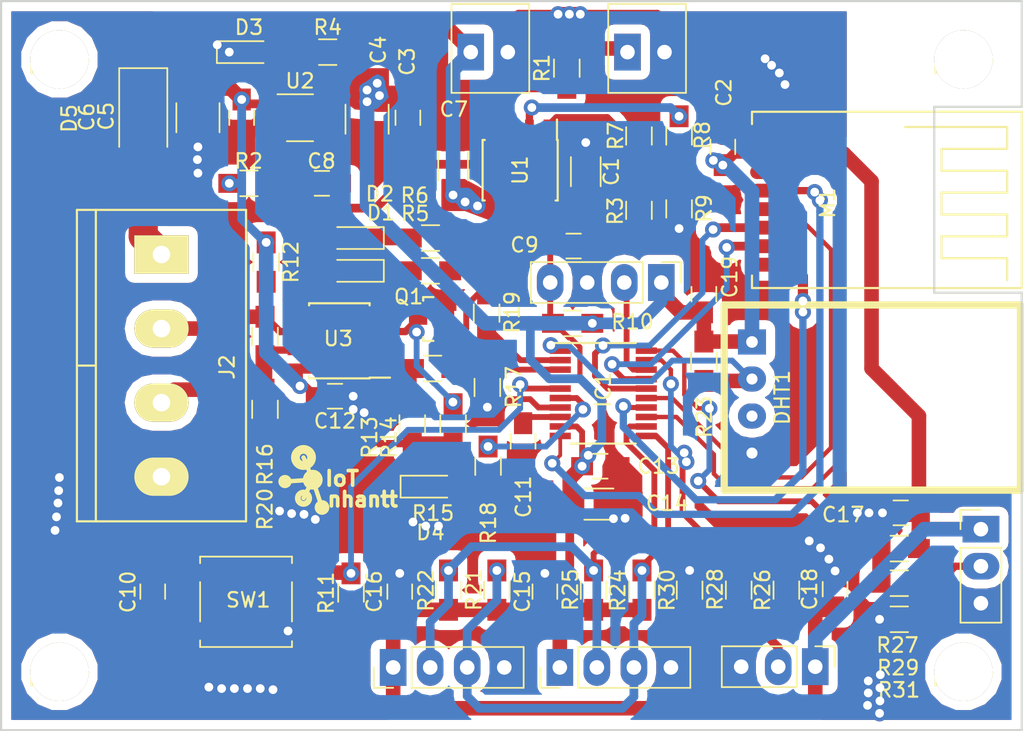
<source format=kicad_pcb>
(kicad_pcb (version 4) (host pcbnew 4.0.6)
  (title_block (title Sensor-Node) (date 2017-12-28) (rev nhantt) (company nhantt))
  (layers (0 F.Cu signal) (31 B.Cu signal) (34 B.Paste user) (35 F.Paste user) (36 B.SilkS user) (37 F.SilkS user) (38 B.Mask user) (39 F.Mask user) (44 Edge.Cuts user))
  (net 0 "")
  (net 1 GND)
  (net 2 "Net-(C1-Pad2)")
  (net 3 +3V3)
  (net 4 VBAT)
  (net 5 "Net-(C8-Pad1)")
  (net 6 /NRST)
  (net 7 /button)
  (net 8 "Net-(C11-Pad1)")
  (net 9 "Net-(D1-Pad1)")
  (net 10 "Net-(D2-Pad1)")
  (net 11 "Net-(D3-Pad2)")
  (net 12 "Net-(D4-Pad2)")
  (net 13 /TX)
  (net 14 /RX)
  (net 15 "Net-(IC1-Pad6)")
  (net 16 /CSN)
  (net 17 /SDA)
  (net 18 /SCL)
  (net 19 /CE)
  (net 20 /IRQ)
  (net 21 /SCK)
  (net 22 /MOSI)
  (net 23 /MISO)
  (net 24 /SWIM)
  (net 25 "Net-(J1-Pad1)")
  (net 26 /B)
  (net 27 /A)
  (net 28 "Net-(Q1-Pad1)")
  (net 29 "Net-(Q1-Pad3)")
  (net 30 "Net-(R2-Pad2)")
  (net 31 "Net-(R3-Pad1)")
  (net 32 "Net-(R5-Pad1)")
  (net 33 "Net-(R6-Pad1)")
  (net 34 "Net-(R8-Pad1)")
  (net 35 "Net-(R8-Pad2)")
  (net 36 "Net-(R13-Pad2)")
  (net 37 "Net-(D5-Pad2)")
  (net 38 /data)
  (net 39 "Net-(DHT1-Pad3)")
  (net 40 /AI0)
  (net 41 /AI1)
  (net 42 "Net-(J7-Pad2)")
  (net 43 "Net-(J8-Pad2)")
  (module nhantt-kicad-lib:Vit-4mm (layer F.Cu) (at 104 74)
    (fp_text reference REF** (at 0 0.5) (layer F.SilkS))
    (fp_text value Vit-4mm)
    (pad 1 thru_hole circle (at 0 0) (size 4 4) (drill 4) (layers *.Cu *.Mask F.SilkS))
  )
  (module nhantt-kicad-lib:Vit-4mm (layer F.Cu) (at 166 74)
    (fp_text reference REF** (at 0 0.5) (layer F.SilkS))
    (fp_text value Vit-4mm)
    (pad 1 thru_hole circle (at 0 0) (size 4 4) (drill 4) (layers *.Cu *.Mask F.SilkS))
  )
  (module nhantt-kicad-lib:Vit-4mm (layer F.Cu) (at 166 116)
    (fp_text reference REF** (at 0 0.5) (layer F.SilkS))
    (fp_text value Vit-4mm)
    (pad 1 thru_hole circle (at 0 0) (size 4 4) (drill 4) (layers *.Cu *.Mask F.SilkS))
  )
  (module Capacitors_SMD:C_1206_HandSoldering (layer F.Cu) (at 140.1 81.7 270)
    (fp_text reference C1 (at 0 -1.75 270) (layer F.SilkS))
    (fp_text value 10uF)
    (pad 1 smd rect (at -2 0 270) (size 2 1.6) (layers F.Cu F.Paste F.Mask) (net 1 GND))
    (pad 2 smd rect (at 2 0 270) (size 2 1.6) (layers F.Cu F.Paste F.Mask) (net 2 "Net-(C1-Pad2)"))
  )
  (module Capacitors_SMD:C_0805_HandSoldering (layer F.Cu) (at 149.5 80 90)
    (fp_text reference C2 (at 3.725 0.075 270) (layer F.SilkS))
    (fp_text value 100nF)
    (pad 1 smd rect (at -1.25 0 90) (size 1.5 1.25) (layers F.Cu F.Paste F.Mask) (net 3 +3V3))
    (pad 2 smd rect (at 1.25 0 90) (size 1.5 1.25) (layers F.Cu F.Paste F.Mask) (net 1 GND))
  )
  (module Capacitors_SMD:C_0805_HandSoldering (layer F.Cu) (at 127.9 78 270)
    (fp_text reference C3 (at -3.85 0.05 270) (layer F.SilkS))
    (fp_text value 100nF)
    (pad 1 smd rect (at -1.25 0 270) (size 1.5 1.25) (layers F.Cu F.Paste F.Mask) (net 3 +3V3))
    (pad 2 smd rect (at 1.25 0 270) (size 1.5 1.25) (layers F.Cu F.Paste F.Mask) (net 1 GND))
  )
  (module Capacitors_SMD:C_1210_HandSoldering (layer F.Cu) (at 125.1 78.1 270)
    (fp_text reference C4 (at -4.75 -0.775 270) (layer F.SilkS))
    (fp_text value 47uF)
    (pad 1 smd rect (at -2 0 270) (size 2 2.5) (layers F.Cu F.Paste F.Mask) (net 3 +3V3))
    (pad 2 smd rect (at 2 0 270) (size 2 2.5) (layers F.Cu F.Paste F.Mask) (net 1 GND))
  )
  (module Capacitors_SMD:C_0805_HandSoldering (layer F.Cu) (at 116.5 78 270)
    (fp_text reference C5 (at -0.1 9.3 270) (layer F.SilkS))
    (fp_text value 100nF)
    (pad 1 smd rect (at -1.25 0 270) (size 1.5 1.25) (layers F.Cu F.Paste F.Mask) (net 4 VBAT))
    (pad 2 smd rect (at 1.25 0 270) (size 1.5 1.25) (layers F.Cu F.Paste F.Mask) (net 1 GND))
  )
  (module Capacitors_SMD:C_1210_HandSoldering (layer F.Cu) (at 113.5 78 270)
    (fp_text reference C6 (at -0.05 7.625 270) (layer F.SilkS))
    (fp_text value 100uF)
    (pad 1 smd rect (at -2 0 270) (size 2 2.5) (layers F.Cu F.Paste F.Mask) (net 4 VBAT))
    (pad 2 smd rect (at 2 0 270) (size 2 2.5) (layers F.Cu F.Paste F.Mask) (net 1 GND))
  )
  (module Capacitors_SMD:C_1206_HandSoldering (layer F.Cu) (at 131 81.3 270)
    (fp_text reference C7 (at -3.875 -0.05 360) (layer F.SilkS))
    (fp_text value 10uF)
    (pad 1 smd rect (at -2 0 270) (size 2 1.6) (layers F.Cu F.Paste F.Mask) (net 1 GND))
    (pad 2 smd rect (at 2 0 270) (size 2 1.6) (layers F.Cu F.Paste F.Mask) (net 4 VBAT))
  )
  (module Capacitors_SMD:C_0805_HandSoldering (layer F.Cu) (at 122 82.5 180)
    (fp_text reference C8 (at 0.025 1.525 180) (layer F.SilkS))
    (fp_text value 22nF)
    (pad 1 smd rect (at -1.25 0 180) (size 1.5 1.25) (layers F.Cu F.Paste F.Mask) (net 5 "Net-(C8-Pad1)"))
    (pad 2 smd rect (at 1.25 0 180) (size 1.5 1.25) (layers F.Cu F.Paste F.Mask) (net 1 GND))
  )
  (module Capacitors_SMD:C_0805_HandSoldering (layer F.Cu) (at 139.265477 86.8)
    (fp_text reference C9 (at -3.365477 -0.075) (layer F.SilkS))
    (fp_text value 100nF)
    (pad 1 smd rect (at -1.25 0) (size 1.5 1.25) (layers F.Cu F.Paste F.Mask) (net 6 /NRST))
    (pad 2 smd rect (at 1.25 0) (size 1.5 1.25) (layers F.Cu F.Paste F.Mask) (net 1 GND))
  )
  (module Capacitors_SMD:C_0805_HandSoldering (layer F.Cu) (at 110.4 110.5 270)
    (fp_text reference C10 (at 0.025 1.7 270) (layer F.SilkS))
    (fp_text value 100nF)
    (pad 1 smd rect (at -1.25 0 270) (size 1.5 1.25) (layers F.Cu F.Paste F.Mask) (net 7 /button))
    (pad 2 smd rect (at 1.25 0 270) (size 1.5 1.25) (layers F.Cu F.Paste F.Mask) (net 1 GND))
  )
  (module Capacitors_SMD:C_0805_HandSoldering (layer F.Cu) (at 135.8 100.2 270)
    (fp_text reference C11 (at 3.8 -0.025 270) (layer F.SilkS))
    (fp_text value 1uF)
    (pad 1 smd rect (at -1.25 0 270) (size 1.5 1.25) (layers F.Cu F.Paste F.Mask) (net 8 "Net-(C11-Pad1)"))
    (pad 2 smd rect (at 1.25 0 270) (size 1.5 1.25) (layers F.Cu F.Paste F.Mask) (net 1 GND))
  )
  (module Capacitors_SMD:C_0805_HandSoldering (layer F.Cu) (at 122.9 97.1)
    (fp_text reference C12 (at 0 1.7) (layer F.SilkS))
    (fp_text value 100nF)
    (pad 1 smd rect (at -1.25 0) (size 1.5 1.25) (layers F.Cu F.Paste F.Mask) (net 4 VBAT))
    (pad 2 smd rect (at 1.25 0) (size 1.5 1.25) (layers F.Cu F.Paste F.Mask) (net 1 GND))
  )
  (module Capacitors_SMD:C_0805_HandSoldering (layer F.Cu) (at 141.1 101.9)
    (fp_text reference C13 (at 4 0) (layer F.SilkS))
    (fp_text value 100nF)
    (pad 1 smd rect (at -1.25 0) (size 1.5 1.25) (layers F.Cu F.Paste F.Mask) (net 3 +3V3))
    (pad 2 smd rect (at 1.25 0) (size 1.5 1.25) (layers F.Cu F.Paste F.Mask) (net 1 GND))
  )
  (module Resistors_SMD:R_1206_HandSoldering (layer F.Cu) (at 141 104.5)
    (fp_text reference C14 (at 4.675 -0.05) (layer F.SilkS))
    (fp_text value 10uF)
    (pad 1 smd rect (at -2 0) (size 2 1.7) (layers F.Cu F.Paste F.Mask) (net 3 +3V3))
    (pad 2 smd rect (at 2 0) (size 2 1.7) (layers F.Cu F.Paste F.Mask) (net 1 GND))
  )
  (module LEDs:LED_0805_HandSoldering (layer F.Cu) (at 124.05 88.5 180)
    (fp_text reference D1 (at -2 3.975 180) (layer F.SilkS))
    (fp_text value LED)
    (pad 1 smd rect (at -1.35 0 180) (size 1.5 1.3) (layers F.Cu F.Paste F.Mask) (net 9 "Net-(D1-Pad1)"))
    (pad 2 smd rect (at 1.35 0 180) (size 1.5 1.3) (layers F.Cu F.Paste F.Mask) (net 2 "Net-(C1-Pad2)"))
  )
  (module LEDs:LED_0805_HandSoldering (layer F.Cu) (at 124.05 86.25 180)
    (fp_text reference D2 (at -1.925 3.025 180) (layer F.SilkS))
    (fp_text value LED)
    (pad 1 smd rect (at -1.35 0 180) (size 1.5 1.3) (layers F.Cu F.Paste F.Mask) (net 10 "Net-(D2-Pad1)"))
    (pad 2 smd rect (at 1.35 0 180) (size 1.5 1.3) (layers F.Cu F.Paste F.Mask) (net 2 "Net-(C1-Pad2)"))
  )
  (module LEDs:LED_0805_HandSoldering (layer F.Cu) (at 117 73.5)
    (fp_text reference D3 (at 0 -1.7) (layer F.SilkS))
    (fp_text value LED)
    (pad 1 smd rect (at -1.35 0) (size 1.5 1.3) (layers F.Cu F.Paste F.Mask) (net 1 GND))
    (pad 2 smd rect (at 1.35 0) (size 1.5 1.3) (layers F.Cu F.Paste F.Mask) (net 11 "Net-(D3-Pad2)"))
  )
  (module LEDs:LED_0805_HandSoldering (layer F.Cu) (at 129.6 103.3)
    (fp_text reference D4 (at -0.15 3.15) (layer F.SilkS))
    (fp_text value LED)
    (pad 1 smd rect (at -1.35 0) (size 1.5 1.3) (layers F.Cu F.Paste F.Mask) (net 1 GND))
    (pad 2 smd rect (at 1.35 0) (size 1.5 1.3) (layers F.Cu F.Paste F.Mask) (net 12 "Net-(D4-Pad2)"))
  )
  (module nhantt-kicad-lib:TSSOP-20_4.4x6.5mm_Pitch0.65mm (layer F.Cu) (at 141.3 96.9)
    (fp_text reference IC1 (at 0 -0.225 90) (layer F.SilkS))
    (fp_text value STM8S003F3P)
    (pad 1 smd rect (at -2.95 -2.925) (size 1.45 0.45) (layers F.Cu F.Paste F.Mask) (net 38 /data))
    (pad 2 smd rect (at -2.95 -2.275) (size 1.45 0.45) (layers F.Cu F.Paste F.Mask) (net 13 /TX))
    (pad 3 smd rect (at -2.95 -1.625) (size 1.45 0.45) (layers F.Cu F.Paste F.Mask) (net 14 /RX))
    (pad 4 smd rect (at -2.95 -0.975) (size 1.45 0.45) (layers F.Cu F.Paste F.Mask) (net 6 /NRST))
    (pad 5 smd rect (at -2.95 -0.325) (size 1.45 0.45) (layers F.Cu F.Paste F.Mask) (net 7 /button))
    (pad 6 smd rect (at -2.95 0.325) (size 1.45 0.45) (layers F.Cu F.Paste F.Mask) (net 15 "Net-(IC1-Pad6)"))
    (pad 7 smd rect (at -2.95 0.975) (size 1.45 0.45) (layers F.Cu F.Paste F.Mask) (net 1 GND))
    (pad 8 smd rect (at -2.95 1.625) (size 1.45 0.45) (layers F.Cu F.Paste F.Mask) (net 8 "Net-(C11-Pad1)"))
    (pad 9 smd rect (at -2.95 2.275) (size 1.45 0.45) (layers F.Cu F.Paste F.Mask) (net 3 +3V3))
    (pad 10 smd rect (at -2.95 2.925) (size 1.45 0.45) (layers F.Cu F.Paste F.Mask) (net 16 /CSN))
    (pad 11 smd rect (at 2.95 2.925) (size 1.45 0.45) (layers F.Cu F.Paste F.Mask) (net 17 /SDA))
    (pad 12 smd rect (at 2.95 2.275) (size 1.45 0.45) (layers F.Cu F.Paste F.Mask) (net 18 /SCL))
    (pad 13 smd rect (at 2.95 1.625) (size 1.45 0.45) (layers F.Cu F.Paste F.Mask) (net 19 /CE))
    (pad 14 smd rect (at 2.95 0.975) (size 1.45 0.45) (layers F.Cu F.Paste F.Mask) (net 20 /IRQ))
    (pad 15 smd rect (at 2.95 0.325) (size 1.45 0.45) (layers F.Cu F.Paste F.Mask) (net 21 /SCK))
    (pad 16 smd rect (at 2.95 -0.325) (size 1.45 0.45) (layers F.Cu F.Paste F.Mask) (net 22 /MOSI))
    (pad 17 smd rect (at 2.95 -0.975) (size 1.45 0.45) (layers F.Cu F.Paste F.Mask) (net 23 /MISO))
    (pad 18 smd rect (at 2.95 -1.625) (size 1.45 0.45) (layers F.Cu F.Paste F.Mask) (net 24 /SWIM))
    (pad 19 smd rect (at 2.95 -2.275) (size 1.45 0.45) (layers F.Cu F.Paste F.Mask) (net 40 /AI0))
    (pad 20 smd rect (at 2.95 -2.925) (size 1.45 0.45) (layers F.Cu F.Paste F.Mask) (net 41 /AI1))
  )
  (module nhantt-kicad-lib:Header-2pin-2.54-white (layer F.Cu) (at 142.96 73.5 90)
    (fp_text reference J1 hide)
    (fp_text value CONN_01X02)
    (pad 1 thru_hole rect (at 0 0 90) (size 2.524 1.824) (drill 1) (layers *.Cu *.Mask) (net 25 "Net-(J1-Pad1)"))
    (pad 2 thru_hole oval (at 0 2.54 90) (size 2.524 1.824) (drill 1) (layers *.Cu *.Mask) (net 1 GND))
  )
  (module nhantt-kicad-lib:Domino-5.08mm_4pol (layer F.Cu) (at 111 95 270)
    (fp_text reference J2 (at 0.1 -4.5 270) (layer F.SilkS))
    (fp_text value CONN_01X04 hide)
    (pad 4 thru_hole oval (at 7.62 0 270) (size 2.624 3.724) (drill 1.2) (layers *.Cu *.Mask F.SilkS) (net 1 GND))
    (pad 3 thru_hole oval (at 2.54 0 270) (size 2.624 3.724) (drill 1.2) (layers *.Cu *.Mask F.SilkS) (net 26 /B))
    (pad 2 thru_hole oval (at -2.54 0 270) (size 2.624 3.724) (drill 1.2) (layers *.Cu *.Mask F.SilkS) (net 27 /A))
    (pad 1 thru_hole rect (at -7.62 0 270) (size 2.624 3.724) (drill 1.2) (layers *.Cu *.Mask F.SilkS) (net 37 "Net-(D5-Pad2)"))
  )
  (module nhantt-kicad-lib:Header-2pin-2.54-white (layer F.Cu) (at 132.21 73.5 90)
    (fp_text reference BAT hide)
    (fp_text value CONN_01X02)
    (pad 1 thru_hole rect (at 0 0 90) (size 2.524 1.824) (drill 1) (layers *.Cu *.Mask) (net 4 VBAT))
    (pad 2 thru_hole oval (at 0 2.54 90) (size 2.524 1.824) (drill 1) (layers *.Cu *.Mask) (net 1 GND))
  )
  (module nhantt-kicad-lib:Header-4pin-2.54 (layer F.Cu) (at 126.89 115.7 90)
    (fp_text reference J4 hide)
    (fp_text value CONN_01X04)
    (pad 1 thru_hole rect (at 0 0 90) (size 2.524 1.824) (drill 1) (layers *.Cu *.Mask) (net 3 +3V3))
    (pad 2 thru_hole oval (at 0 2.54 90) (size 2.524 1.824) (drill 1) (layers *.Cu *.Mask) (net 18 /SCL))
    (pad 3 thru_hole oval (at 0 5.08 90) (size 2.524 1.824) (drill 1) (layers *.Cu *.Mask) (net 17 /SDA))
    (pad 4 thru_hole oval (at 0 7.62 90) (size 2.524 1.824) (drill 1) (layers *.Cu *.Mask) (net 1 GND))
  )
  (module nhantt-kicad-lib:Header-4pin-2.54 (layer F.Cu) (at 145.28 89.3 270)
    (fp_text reference J5 hide)
    (fp_text value CONN_01X04)
    (pad 1 thru_hole rect (at 0 0 270) (size 2.524 1.824) (drill 1) (layers *.Cu *.Mask) (net 3 +3V3))
    (pad 2 thru_hole oval (at 0 2.54 270) (size 2.524 1.824) (drill 1) (layers *.Cu *.Mask) (net 24 /SWIM))
    (pad 3 thru_hole oval (at 0 5.08 270) (size 2.524 1.824) (drill 1) (layers *.Cu *.Mask) (net 1 GND))
    (pad 4 thru_hole oval (at 0 7.62 270) (size 2.524 1.824) (drill 1) (layers *.Cu *.Mask) (net 6 /NRST))
  )
  (module nhantt-kicad-lib:nRF24L01-Mini (layer F.Cu) (at 153 83.635)
    (fp_text reference M1 (at 3.69 0.23 90) (layer F.SilkS))
    (fp_text value NRF24L01)
    (pad 4 smd oval (at 0 -0.635) (size 3.25 0.95) (layers F.Cu F.Paste F.Mask) (net 16 /CSN))
    (pad 5 smd oval (at 0 0.635) (size 3.25 0.95) (layers F.Cu F.Paste F.Mask) (net 21 /SCK))
    (pad 1 smd oval (at 0 -4.445) (size 3.25 0.95) (layers F.Cu F.Paste F.Mask) (net 1 GND))
    (pad 2 smd oval (at 0.05 -3.175) (size 3.25 0.95) (layers F.Cu F.Paste F.Mask) (net 3 +3V3))
    (pad 3 smd oval (at 0 -1.905) (size 3.25 0.95) (layers F.Cu F.Paste F.Mask) (net 19 /CE))
    (pad 6 smd oval (at 0 1.905) (size 3.25 0.95) (layers F.Cu F.Paste F.Mask) (net 22 /MOSI))
    (pad 7 smd oval (at 0 3.175) (size 3.25 0.95) (layers F.Cu F.Paste F.Mask) (net 23 /MISO))
    (pad 8 smd oval (at 0 4.445) (size 3.25 0.95) (layers F.Cu F.Paste F.Mask) (net 20 /IRQ))
  )
  (module nhantt-kicad-lib:SOT-23 (layer F.Cu) (at 129.6 91.8 90)
    (fp_text reference Q1 (at 1.525 -1.65 180) (layer F.SilkS))
    (fp_text value C1815)
    (pad 1 smd rect (at -0.95 1.00076 90) (size 0.8001 1.254) (layers F.Cu F.Paste F.Mask) (net 28 "Net-(Q1-Pad1)"))
    (pad 2 smd rect (at 0.95 1.00076 90) (size 0.8001 1.254) (layers F.Cu F.Paste F.Mask) (net 1 GND))
    (pad 3 smd rect (at 0 -1 90) (size 0.8001 1.254) (layers F.Cu F.Paste F.Mask) (net 29 "Net-(Q1-Pad3)"))
  )
  (module Resistors_SMD:R_0805_HandSoldering (layer F.Cu) (at 138.8 74.6 90)
    (fp_text reference R1 (at 0 -1.7 90) (layer F.SilkS))
    (fp_text value 0)
    (pad 1 smd rect (at -1.35 0 90) (size 1.5 1.3) (layers F.Cu F.Paste F.Mask) (net 2 "Net-(C1-Pad2)"))
    (pad 2 smd rect (at 1.35 0 90) (size 1.5 1.3) (layers F.Cu F.Paste F.Mask) (net 25 "Net-(J1-Pad1)"))
  )
  (module Resistors_SMD:R_0805_HandSoldering (layer F.Cu) (at 117 82.5)
    (fp_text reference R2 (at -0.025 -1.525) (layer F.SilkS))
    (fp_text value 10k)
    (pad 1 smd rect (at -1.35 0) (size 1.5 1.3) (layers F.Cu F.Paste F.Mask) (net 4 VBAT))
    (pad 2 smd rect (at 1.35 0) (size 1.5 1.3) (layers F.Cu F.Paste F.Mask) (net 30 "Net-(R2-Pad2)"))
  )
  (module Resistors_SMD:R_0805_HandSoldering (layer F.Cu) (at 143.75 84.35 270)
    (fp_text reference R3 (at 0.05 1.625 270) (layer F.SilkS))
    (fp_text value 1k)
    (pad 1 smd rect (at -1.35 0 270) (size 1.5 1.3) (layers F.Cu F.Paste F.Mask) (net 31 "Net-(R3-Pad1)"))
    (pad 2 smd rect (at 1.35 0 270) (size 1.5 1.3) (layers F.Cu F.Paste F.Mask) (net 2 "Net-(C1-Pad2)"))
  )
  (module Resistors_SMD:R_0805_HandSoldering (layer F.Cu) (at 122.4 73.5)
    (fp_text reference R4 (at 0 -1.7) (layer F.SilkS))
    (fp_text value 1k)
    (pad 1 smd rect (at -1.35 0) (size 1.5 1.3) (layers F.Cu F.Paste F.Mask) (net 11 "Net-(D3-Pad2)"))
    (pad 2 smd rect (at 1.35 0) (size 1.5 1.3) (layers F.Cu F.Paste F.Mask) (net 3 +3V3))
  )
  (module Resistors_SMD:R_0805_HandSoldering (layer F.Cu) (at 129.45 88.5 180)
    (fp_text reference R5 (at 1.05 3.925 180) (layer F.SilkS))
    (fp_text value 1k)
    (pad 1 smd rect (at -1.35 0 180) (size 1.5 1.3) (layers F.Cu F.Paste F.Mask) (net 32 "Net-(R5-Pad1)"))
    (pad 2 smd rect (at 1.35 0 180) (size 1.5 1.3) (layers F.Cu F.Paste F.Mask) (net 9 "Net-(D1-Pad1)"))
  )
  (module Resistors_SMD:R_0805_HandSoldering (layer F.Cu) (at 129.45 86.25 180)
    (fp_text reference R6 (at 1.075 2.925 180) (layer F.SilkS))
    (fp_text value 1k)
    (pad 1 smd rect (at -1.35 0 180) (size 1.5 1.3) (layers F.Cu F.Paste F.Mask) (net 33 "Net-(R6-Pad1)"))
    (pad 2 smd rect (at 1.35 0 180) (size 1.5 1.3) (layers F.Cu F.Paste F.Mask) (net 10 "Net-(D2-Pad1)"))
  )
  (module Resistors_SMD:R_0805_HandSoldering (layer F.Cu) (at 143.75 79.25 270)
    (fp_text reference R7 (at 0 1.6 270) (layer F.SilkS))
    (fp_text value 0)
    (pad 1 smd rect (at -1.35 0 270) (size 1.5 1.3) (layers F.Cu F.Paste F.Mask) (net 1 GND))
    (pad 2 smd rect (at 1.35 0 270) (size 1.5 1.3) (layers F.Cu F.Paste F.Mask) (net 31 "Net-(R3-Pad1)"))
  )
  (module Resistors_SMD:R_0805_HandSoldering (layer F.Cu) (at 146.5 79.25 90)
    (fp_text reference R8 (at 0.05 1.6 90) (layer F.SilkS))
    (fp_text value 1.2k)
    (pad 1 smd rect (at -1.35 0 90) (size 1.5 1.3) (layers F.Cu F.Paste F.Mask) (net 34 "Net-(R8-Pad1)"))
    (pad 2 smd rect (at 1.35 0 90) (size 1.5 1.3) (layers F.Cu F.Paste F.Mask) (net 35 "Net-(R8-Pad2)"))
  )
  (module Resistors_SMD:R_0805_HandSoldering (layer F.Cu) (at 146.5 84.25 90)
    (fp_text reference R9 (at 0.025 1.725 90) (layer F.SilkS))
    (fp_text value 0)
    (pad 1 smd rect (at -1.35 0 90) (size 1.5 1.3) (layers F.Cu F.Paste F.Mask) (net 1 GND))
    (pad 2 smd rect (at 1.35 0 90) (size 1.5 1.3) (layers F.Cu F.Paste F.Mask) (net 34 "Net-(R8-Pad1)"))
  )
  (module Resistors_SMD:R_0805_HandSoldering (layer F.Cu) (at 139.2 92.1 180)
    (fp_text reference R10 (at -4.1 0.1 180) (layer F.SilkS))
    (fp_text value 10k)
    (pad 1 smd rect (at -1.35 0 180) (size 1.5 1.3) (layers F.Cu F.Paste F.Mask) (net 3 +3V3))
    (pad 2 smd rect (at 1.35 0 180) (size 1.5 1.3) (layers F.Cu F.Paste F.Mask) (net 6 /NRST))
  )
  (module Resistors_SMD:R_0805_HandSoldering (layer F.Cu) (at 124 110.6 90)
    (fp_text reference R11 (at 0 -1.7 90) (layer F.SilkS))
    (fp_text value 10k)
    (pad 1 smd rect (at -1.35 0 90) (size 1.5 1.3) (layers F.Cu F.Paste F.Mask) (net 3 +3V3))
    (pad 2 smd rect (at 1.35 0 90) (size 1.5 1.3) (layers F.Cu F.Paste F.Mask) (net 7 /button))
  )
  (module Resistors_SMD:R_0805_HandSoldering (layer F.Cu) (at 118.18 87.9 270)
    (fp_text reference R12 (at 0 -1.7 270) (layer F.SilkS))
    (fp_text value 20k)
    (pad 1 smd rect (at -1.35 0 270) (size 1.5 1.3) (layers F.Cu F.Paste F.Mask) (net 4 VBAT))
    (pad 2 smd rect (at 1.35 0 270) (size 1.5 1.3) (layers F.Cu F.Paste F.Mask) (net 27 /A))
  )
  (module Resistors_SMD:R_0805_HandSoldering (layer F.Cu) (at 128.2 99 90)
    (fp_text reference R13 (at -0.925 -2.925 90) (layer F.SilkS))
    (fp_text value 10k)
    (pad 1 smd rect (at -1.35 0 90) (size 1.5 1.3) (layers F.Cu F.Paste F.Mask) (net 4 VBAT))
    (pad 2 smd rect (at 1.35 0 90) (size 1.5 1.3) (layers F.Cu F.Paste F.Mask) (net 36 "Net-(R13-Pad2)"))
  )
  (module Resistors_SMD:R_0805_HandSoldering (layer F.Cu) (at 131 99 90)
    (fp_text reference R14 (at -0.925 -4.4 90) (layer F.SilkS))
    (fp_text value 10k)
    (pad 1 smd rect (at -1.35 0 90) (size 1.5 1.3) (layers F.Cu F.Paste F.Mask) (net 4 VBAT))
    (pad 2 smd rect (at 1.35 0 90) (size 1.5 1.3) (layers F.Cu F.Paste F.Mask) (net 29 "Net-(Q1-Pad3)"))
  )
  (module Resistors_SMD:R_0805_HandSoldering (layer F.Cu) (at 129.6 95.2 180)
    (fp_text reference R15 (at -0.025 -9.925 180) (layer F.SilkS))
    (fp_text value 4.7k)
    (pad 1 smd rect (at -1.35 0 180) (size 1.5 1.3) (layers F.Cu F.Paste F.Mask) (net 14 /RX))
    (pad 2 smd rect (at 1.35 0 180) (size 1.5 1.3) (layers F.Cu F.Paste F.Mask) (net 36 "Net-(R13-Pad2)"))
  )
  (module Resistors_SMD:R_0805_HandSoldering (layer F.Cu) (at 118.1 93 270)
    (fp_text reference R16 (at 8.775 0 270) (layer F.SilkS))
    (fp_text value 2.2k)
    (pad 1 smd rect (at -1.35 0 270) (size 1.5 1.3) (layers F.Cu F.Paste F.Mask) (net 27 /A))
    (pad 2 smd rect (at 1.35 0 270) (size 1.5 1.3) (layers F.Cu F.Paste F.Mask) (net 26 /B))
  )
  (module Resistors_SMD:R_0805_HandSoldering (layer F.Cu) (at 133.35 96.5 270)
    (fp_text reference R17 (at -0.025 -1.8 270) (layer F.SilkS))
    (fp_text value 10k)
    (pad 1 smd rect (at -1.35 0 270) (size 1.5 1.3) (layers F.Cu F.Paste F.Mask) (net 14 /RX))
    (pad 2 smd rect (at 1.35 0 270) (size 1.5 1.3) (layers F.Cu F.Paste F.Mask) (net 1 GND))
  )
  (module Resistors_SMD:R_0805_HandSoldering (layer F.Cu) (at 133.4 101.9 90)
    (fp_text reference R18 (at -3.9 0.025 90) (layer F.SilkS))
    (fp_text value 1k)
    (pad 1 smd rect (at -1.35 0 90) (size 1.5 1.3) (layers F.Cu F.Paste F.Mask) (net 12 "Net-(D4-Pad2)"))
    (pad 2 smd rect (at 1.35 0 90) (size 1.5 1.3) (layers F.Cu F.Paste F.Mask) (net 15 "Net-(IC1-Pad6)"))
  )
  (module Resistors_SMD:R_0805_HandSoldering (layer F.Cu) (at 133.3 91.4 90)
    (fp_text reference R19 (at 0.05 1.75 90) (layer F.SilkS))
    (fp_text value 2.2k)
    (pad 1 smd rect (at -1.35 0 90) (size 1.5 1.3) (layers F.Cu F.Paste F.Mask) (net 13 /TX))
    (pad 2 smd rect (at 1.35 0 90) (size 1.5 1.3) (layers F.Cu F.Paste F.Mask) (net 28 "Net-(Q1-Pad1)"))
  )
  (module Resistors_SMD:R_0805_HandSoldering (layer F.Cu) (at 118.1 98 270)
    (fp_text reference R20 (at 6.85 0 270) (layer F.SilkS))
    (fp_text value 20k)
    (pad 1 smd rect (at -1.35 0 270) (size 1.5 1.3) (layers F.Cu F.Paste F.Mask) (net 26 /B))
    (pad 2 smd rect (at 1.35 0 270) (size 1.5 1.3) (layers F.Cu F.Paste F.Mask) (net 1 GND))
  )
  (module Resistors_SMD:R_0805_HandSoldering (layer F.Cu) (at 134.0025 110.4 270)
    (fp_text reference R21 (at -0.025 1.5775 270) (layer F.SilkS))
    (fp_text value 4.7k)
    (pad 1 smd rect (at -1.35 0 270) (size 1.5 1.3) (layers F.Cu F.Paste F.Mask) (net 17 /SDA))
    (pad 2 smd rect (at 1.35 0 270) (size 1.5 1.3) (layers F.Cu F.Paste F.Mask) (net 3 +3V3))
  )
  (module Resistors_SMD:R_0805_HandSoldering (layer F.Cu) (at 130.685 110.4 270)
    (fp_text reference R22 (at 0.025 1.535 270) (layer F.SilkS))
    (fp_text value 4.7k)
    (pad 1 smd rect (at -1.35 0 270) (size 1.5 1.3) (layers F.Cu F.Paste F.Mask) (net 18 /SCL))
    (pad 2 smd rect (at 1.35 0 270) (size 1.5 1.3) (layers F.Cu F.Paste F.Mask) (net 3 +3V3))
  )
  (module nhantt-kicad-lib:SW_SPST_EVPBF (layer F.Cu) (at 116.8 111.2)
    (fp_text reference SW1 (at 0.15 -0.125) (layer F.SilkS))
    (fp_text value SW_Push)
    (pad 1 smd rect (at 2.88 -2) (size 2.754 1.254) (layers F.Cu F.Paste F.Mask) (net 7 /button))
    (pad 1 smd rect (at -2.88 -2) (size 2.754 1.254) (layers F.Cu F.Paste F.Mask) (net 7 /button))
    (pad 2 smd rect (at -2.88 2) (size 2.754 1.254) (layers F.Cu F.Paste F.Mask) (net 1 GND))
    (pad 2 smd rect (at 2.88 2) (size 2.754 1.254) (layers F.Cu F.Paste F.Mask) (net 1 GND))
  )
  (module Housings_SOIC:SOIC-8_3.9x4.9mm_Pitch1.27mm (layer F.Cu) (at 135.6 81.6 270)
    (fp_text reference U1 (at 0 0 270) (layer F.SilkS))
    (fp_text value TP4056)
    (pad 1 smd rect (at -2.7 -1.905 270) (size 1.55 0.6) (layers F.Cu F.Paste F.Mask) (net 31 "Net-(R3-Pad1)"))
    (pad 2 smd rect (at -2.7 -0.635 270) (size 1.55 0.6) (layers F.Cu F.Paste F.Mask) (net 35 "Net-(R8-Pad2)"))
    (pad 3 smd rect (at -2.7 0.635 270) (size 1.55 0.6) (layers F.Cu F.Paste F.Mask) (net 1 GND))
    (pad 4 smd rect (at -2.7 1.905 270) (size 1.55 0.6) (layers F.Cu F.Paste F.Mask) (net 2 "Net-(C1-Pad2)"))
    (pad 5 smd rect (at 2.7 1.905 270) (size 1.55 0.6) (layers F.Cu F.Paste F.Mask) (net 4 VBAT))
    (pad 6 smd rect (at 2.7 0.635 270) (size 1.55 0.6) (layers F.Cu F.Paste F.Mask) (net 33 "Net-(R6-Pad1)"))
    (pad 7 smd rect (at 2.7 -0.635 270) (size 1.55 0.6) (layers F.Cu F.Paste F.Mask) (net 32 "Net-(R5-Pad1)"))
    (pad 8 smd rect (at 2.7 -1.905 270) (size 1.55 0.6) (layers F.Cu F.Paste F.Mask) (net 2 "Net-(C1-Pad2)"))
  )
  (module nhantt-kicad-lib:SOT-23-5_HandSoldering (layer F.Cu) (at 120.5 78)
    (fp_text reference U2 (at 0 -2.525) (layer F.SilkS))
    (fp_text value RT9193-33GB)
    (pad 1 smd rect (at -1.35 -0.95) (size 1.56 0.65) (layers F.Cu F.Paste F.Mask) (net 4 VBAT))
    (pad 2 smd rect (at -1.35 0) (size 1.56 0.65) (layers F.Cu F.Paste F.Mask) (net 1 GND))
    (pad 3 smd rect (at -1.35 0.95) (size 1.56 0.65) (layers F.Cu F.Paste F.Mask) (net 30 "Net-(R2-Pad2)"))
    (pad 4 smd rect (at 1.35 0.95) (size 1.56 0.65) (layers F.Cu F.Paste F.Mask) (net 5 "Net-(C8-Pad1)"))
    (pad 5 smd rect (at 1.35 -0.95) (size 1.56 0.65) (layers F.Cu F.Paste F.Mask) (net 3 +3V3))
  )
  (module nhantt-kicad-lib:SOIC-8_3.9x4.9mm_Pitch1.27mm (layer F.Cu) (at 123.2 93.3 180)
    (fp_text reference U3 (at 0.075 0.15 180) (layer F.SilkS))
    (fp_text value MAX485)
    (pad 1 smd rect (at -2.7 -1.905 180) (size 1.7 0.7) (layers F.Cu F.Paste F.Mask) (net 36 "Net-(R13-Pad2)"))
    (pad 2 smd rect (at -2.7 -0.635 180) (size 1.7 0.7) (layers F.Cu F.Paste F.Mask) (net 29 "Net-(Q1-Pad3)"))
    (pad 3 smd rect (at -2.7 0.635 180) (size 1.7 0.7) (layers F.Cu F.Paste F.Mask) (net 29 "Net-(Q1-Pad3)"))
    (pad 4 smd rect (at -2.7 1.905 180) (size 1.7 0.7) (layers F.Cu F.Paste F.Mask) (net 1 GND))
    (pad 5 smd rect (at 2.7 1.905 180) (size 1.7 0.7) (layers F.Cu F.Paste F.Mask) (net 1 GND))
    (pad 6 smd rect (at 2.7 0.635 180) (size 1.7 0.7) (layers F.Cu F.Paste F.Mask) (net 27 /A))
    (pad 7 smd rect (at 2.7 -0.635 180) (size 1.7 0.7) (layers F.Cu F.Paste F.Mask) (net 26 /B))
    (pad 8 smd rect (at 2.7 -1.905 180) (size 1.7 0.7) (layers F.Cu F.Paste F.Mask) (net 4 VBAT))
  )
  (module nhantt-kicad-lib:Vit-4mm (layer F.Cu) (at 104 116)
    (fp_text reference REF** (at 0 0.5) (layer F.SilkS))
    (fp_text value Vit-4mm)
    (pad 1 thru_hole circle (at 0 0) (size 4 4) (drill 4) (layers *.Cu *.Mask F.SilkS))
  )
  (module nhantt-kicad-lib:D_SMA_Standard (layer F.Cu) (at 109.75 78 270)
    (fp_text reference D5 (at 0.05 5.075 270) (layer F.SilkS))
    (fp_text value D_ALT)
    (pad 1 smd rect (at -2 0 270) (size 2.5 1.8) (layers F.Cu F.Paste F.Mask) (net 4 VBAT))
    (pad 2 smd rect (at 2 0 270) (size 2.5 1.8) (layers F.Cu F.Paste F.Mask) (net 37 "Net-(D5-Pad2)"))
  )
  (module nhantt-kicad-lib:DHT11 (layer F.Cu) (at 151.5 97.19 270)
    (fp_text reference DHT1 (at 0 -2.075 270) (layer F.SilkS))
    (fp_text value DHT11)
    (pad 1 thru_hole rect (at -3.81 0 270) (size 1.724 1.924) (drill 0.8) (layers *.Cu *.Mask) (net 3 +3V3))
    (pad 2 thru_hole oval (at -1.27 0 270) (size 1.724 1.924) (drill 0.762) (layers *.Cu *.Mask) (net 38 /data))
    (pad 3 thru_hole oval (at 1.27 0 270) (size 1.724 1.924) (drill 0.762) (layers *.Cu *.Mask) (net 39 "Net-(DHT1-Pad3)"))
    (pad 4 thru_hole oval (at 3.81 0 270) (size 1.724 1.924) (drill 0.762) (layers *.Cu *.Mask) (net 1 GND))
  )
  (module nhantt-kicad-lib:Header-4pin-2.54 (layer F.Cu) (at 138.32 115.7 90)
    (fp_text reference J6 hide)
    (fp_text value CONN_01X04)
    (pad 1 thru_hole rect (at 0 0 90) (size 2.524 1.824) (drill 1) (layers *.Cu *.Mask) (net 3 +3V3))
    (pad 2 thru_hole oval (at 0 2.54 90) (size 2.524 1.824) (drill 1) (layers *.Cu *.Mask) (net 18 /SCL))
    (pad 3 thru_hole oval (at 0 5.08 90) (size 2.524 1.824) (drill 1) (layers *.Cu *.Mask) (net 17 /SDA))
    (pad 4 thru_hole oval (at 0 7.62 90) (size 2.524 1.824) (drill 1) (layers *.Cu *.Mask) (net 1 GND))
  )
  (module nhantt-kicad-lib:Header-3pin-2.54 (layer F.Cu) (at 155.84 115.650001 270)
    (fp_text reference J7 hide)
    (fp_text value CONN_01X03)
    (pad 1 thru_hole rect (at 0 0 270) (size 2.524 1.824) (drill 1) (layers *.Cu *.Mask) (net 3 +3V3))
    (pad 2 thru_hole oval (at 0 2.54 270) (size 2.524 1.824) (drill 1) (layers *.Cu *.Mask) (net 42 "Net-(J7-Pad2)"))
    (pad 3 thru_hole oval (at 0 5.08 270) (size 2.524 1.824) (drill 1) (layers *.Cu *.Mask) (net 1 GND))
  )
  (module nhantt-kicad-lib:Header-3pin-2.54 (layer F.Cu) (at 167.2 106.22)
    (fp_text reference J8 hide)
    (fp_text value CONN_01X03)
    (pad 1 thru_hole rect (at 0 0) (size 2.524 1.824) (drill 1) (layers *.Cu *.Mask) (net 3 +3V3))
    (pad 2 thru_hole oval (at 0 2.54) (size 2.524 1.824) (drill 1) (layers *.Cu *.Mask) (net 43 "Net-(J8-Pad2)"))
    (pad 3 thru_hole oval (at 0 5.08) (size 2.524 1.824) (drill 1) (layers *.Cu *.Mask) (net 1 GND))
  )
  (module Resistors_SMD:R_0805_HandSoldering (layer F.Cu) (at 148.2 94.7 90)
    (fp_text reference R23 (at -3.825 0.025 90) (layer F.SilkS))
    (fp_text value 4.7k)
    (pad 1 smd rect (at -1.35 0 90) (size 1.5 1.3) (layers F.Cu F.Paste F.Mask) (net 38 /data))
    (pad 2 smd rect (at 1.35 0 90) (size 1.5 1.3) (layers F.Cu F.Paste F.Mask) (net 3 +3V3))
  )
  (module Resistors_SMD:R_0805_HandSoldering (layer F.Cu) (at 143.955 110.4 270)
    (fp_text reference R24 (at 0.025 1.655 270) (layer F.SilkS))
    (fp_text value 4.7k)
    (pad 1 smd rect (at -1.35 0 270) (size 1.5 1.3) (layers F.Cu F.Paste F.Mask) (net 17 /SDA))
    (pad 2 smd rect (at 1.35 0 270) (size 1.5 1.3) (layers F.Cu F.Paste F.Mask) (net 3 +3V3))
  )
  (module Resistors_SMD:R_0805_HandSoldering (layer F.Cu) (at 140.6375 110.4 270)
    (fp_text reference R25 (at -0.025 1.5875 270) (layer F.SilkS))
    (fp_text value 4.7k)
    (pad 1 smd rect (at -1.35 0 270) (size 1.5 1.3) (layers F.Cu F.Paste F.Mask) (net 18 /SCL))
    (pad 2 smd rect (at 1.35 0 270) (size 1.5 1.3) (layers F.Cu F.Paste F.Mask) (net 3 +3V3))
  )
  (module Resistors_SMD:R_0805_HandSoldering (layer F.Cu) (at 153.8575 110.4 90)
    (fp_text reference R26 (at 0 -1.6325 90) (layer F.SilkS))
    (fp_text value 0R)
    (pad 1 smd rect (at -1.35 0 90) (size 1.5 1.3) (layers F.Cu F.Paste F.Mask) (net 3 +3V3))
    (pad 2 smd rect (at 1.35 0 90) (size 1.5 1.3) (layers F.Cu F.Paste F.Mask) (net 40 /AI0))
  )
  (module Resistors_SMD:R_0805_HandSoldering (layer F.Cu) (at 161.6 107.55 180)
    (fp_text reference R27 (at 0.125 -6.625 180) (layer F.SilkS))
    (fp_text value 0R)
    (pad 1 smd rect (at -1.35 0 180) (size 1.5 1.3) (layers F.Cu F.Paste F.Mask) (net 3 +3V3))
    (pad 2 smd rect (at 1.35 0 180) (size 1.5 1.3) (layers F.Cu F.Paste F.Mask) (net 41 /AI1))
  )
  (module Resistors_SMD:R_0805_HandSoldering (layer F.Cu) (at 150.59 110.4 270)
    (fp_text reference R28 (at -0.05 1.615 270) (layer F.SilkS))
    (fp_text value 0R)
    (pad 1 smd rect (at -1.35 0 270) (size 1.5 1.3) (layers F.Cu F.Paste F.Mask) (net 40 /AI0))
    (pad 2 smd rect (at 1.35 0 270) (size 1.5 1.3) (layers F.Cu F.Paste F.Mask) (net 42 "Net-(J7-Pad2)"))
  )
  (module Resistors_SMD:R_0805_HandSoldering (layer F.Cu) (at 161.6 109.925)
    (fp_text reference R29 (at -0.075 5.8) (layer F.SilkS))
    (fp_text value 0R)
    (pad 1 smd rect (at -1.35 0) (size 1.5 1.3) (layers F.Cu F.Paste F.Mask) (net 41 /AI1))
    (pad 2 smd rect (at 1.35 0) (size 1.5 1.3) (layers F.Cu F.Paste F.Mask) (net 43 "Net-(J8-Pad2)"))
  )
  (module Resistors_SMD:R_0805_HandSoldering (layer F.Cu) (at 147.2225 110.4 90)
    (fp_text reference R30 (at 0 -1.5475 90) (layer F.SilkS))
    (fp_text value 0R)
    (pad 1 smd rect (at -1.35 0 90) (size 1.5 1.3) (layers F.Cu F.Paste F.Mask) (net 42 "Net-(J7-Pad2)"))
    (pad 2 smd rect (at 1.35 0 90) (size 1.5 1.3) (layers F.Cu F.Paste F.Mask) (net 1 GND))
  )
  (module Resistors_SMD:R_0805_HandSoldering (layer F.Cu) (at 161.6 112.4 180)
    (fp_text reference R31 (at 0.025 -4.85 180) (layer F.SilkS))
    (fp_text value 0R)
    (pad 1 smd rect (at -1.35 0 180) (size 1.5 1.3) (layers F.Cu F.Paste F.Mask) (net 43 "Net-(J8-Pad2)"))
    (pad 2 smd rect (at 1.35 0 180) (size 1.5 1.3) (layers F.Cu F.Paste F.Mask) (net 1 GND))
  )
  (module Capacitors_SMD:C_0805_HandSoldering (layer F.Cu) (at 137.295 110.5 90)
    (fp_text reference C15 (at 0 -1.545 90) (layer F.SilkS))
    (fp_text value 100nF)
    (pad 1 smd rect (at -1.25 0 90) (size 1.5 1.25) (layers F.Cu F.Paste F.Mask) (net 3 +3V3))
    (pad 2 smd rect (at 1.25 0 90) (size 1.5 1.25) (layers F.Cu F.Paste F.Mask) (net 1 GND))
  )
  (module Capacitors_SMD:C_0805_HandSoldering (layer F.Cu) (at 127.3425 110.5 90)
    (fp_text reference C16 (at 0 -1.75 90) (layer F.SilkS))
    (fp_text value 100nF)
    (pad 1 smd rect (at -1.25 0 90) (size 1.5 1.25) (layers F.Cu F.Paste F.Mask) (net 3 +3V3))
    (pad 2 smd rect (at 1.25 0 90) (size 1.5 1.25) (layers F.Cu F.Paste F.Mask) (net 1 GND))
  )
  (module Capacitors_SMD:C_0805_HandSoldering (layer F.Cu) (at 161.7 105.1 180)
    (fp_text reference C17 (at 3.95 -0.125 180) (layer F.SilkS))
    (fp_text value 100nF)
    (pad 1 smd rect (at -1.25 0 180) (size 1.5 1.25) (layers F.Cu F.Paste F.Mask) (net 3 +3V3))
    (pad 2 smd rect (at 1.25 0 180) (size 1.5 1.25) (layers F.Cu F.Paste F.Mask) (net 1 GND))
  )
  (module Capacitors_SMD:C_0805_HandSoldering (layer F.Cu) (at 157.2 110.334523 90)
    (fp_text reference C18 (at 0 -1.75 90) (layer F.SilkS))
    (fp_text value 100nF)
    (pad 1 smd rect (at -1.25 0 90) (size 1.5 1.25) (layers F.Cu F.Paste F.Mask) (net 3 +3V3))
    (pad 2 smd rect (at 1.25 0 90) (size 1.5 1.25) (layers F.Cu F.Paste F.Mask) (net 1 GND))
  )
  (module Capacitors_SMD:C_0805_HandSoldering (layer F.Cu) (at 148.2 90.1 90)
    (fp_text reference C19 (at 1.175 1.775 90) (layer F.SilkS))
    (fp_text value 100nF)
    (pad 1 smd rect (at -1.25 0 90) (size 1.5 1.25) (layers F.Cu F.Paste F.Mask) (net 3 +3V3))
    (pad 2 smd rect (at 1.25 0 90) (size 1.5 1.25) (layers F.Cu F.Paste F.Mask) (net 1 GND))
  )
  (module nhantt-kicad-lib:logo2 (layer F.Cu) (at 121.375 102.825)
    (fp_text reference "" (at 0 0.5) (layer F.SilkS))
    (fp_text value "")
    (fp_text user IoT (at 2.0066 -0.0762) (layer F.SilkS) (effects (font (size 1 1.054) (thickness 0.25))))
  )
  (gr_text nhantt (at 124.8 104.175) (layer F.SilkS) (effects (font (size 1 1) (thickness 0.25))))
  (gr_line (start 170 90) (end 170 120) (layer Edge.Cuts) (width 0.15))
  (gr_line (start 170 70) (end 170 77.25) (layer Edge.Cuts) (width 0.15))
  (gr_line (start 164 90) (end 170 90) (layer Edge.Cuts) (width 0.15))
  (gr_line (start 164 77.25) (end 164 90) (layer Edge.Cuts) (width 0.15))
  (gr_line (start 170 77.25) (end 164 77.25) (layer Edge.Cuts) (width 0.15))
  (gr_line (start 100 120) (end 100 70) (layer Edge.Cuts) (width 0.15))
  (gr_line (start 170 70) (end 100 70) (layer Edge.Cuts) (width 0.15))
  (gr_line (start 100 120) (end 170 120) (layer Edge.Cuts) (width 0.15))
  (segment (start 159.475 117.45) (end 159.475 116.625) (width 0.254) (layer B.Cu) (net 1))
  (via (at 159.475 116.625) (size 1.1) (drill 0.6) (layers F.Cu B.Cu) (net 1))
  (segment (start 159.425 118.3) (end 159.425 117.5) (width 0.254) (layer F.Cu) (net 1))
  (segment (start 159.425 117.5) (end 159.475 117.45) (width 0.254) (layer F.Cu) (net 1))
  (via (at 159.475 117.45) (size 1.1) (drill 0.6) (layers F.Cu B.Cu) (net 1))
  (segment (start 160.25 118.85) (end 159.975 118.85) (width 0.254) (layer B.Cu) (net 1))
  (segment (start 159.975 118.85) (end 159.425 118.3) (width 0.254) (layer B.Cu) (net 1))
  (via (at 159.425 118.3) (size 1.1) (drill 0.6) (layers F.Cu B.Cu) (net 1))
  (segment (start 160.275 118) (end 160.275 118.825) (width 0.254) (layer F.Cu) (net 1))
  (segment (start 160.275 118.825) (end 160.25 118.85) (width 0.254) (layer F.Cu) (net 1))
  (via (at 160.25 118.85) (size 1.1) (drill 0.6) (layers F.Cu B.Cu) (net 1))
  (segment (start 160.275 117.1) (end 160.275 118) (width 0.254) (layer B.Cu) (net 1))
  (via (at 160.275 118) (size 1.1) (drill 0.6) (layers F.Cu B.Cu) (net 1))
  (segment (start 160.3 116.2) (end 160.3 117.075) (width 0.254) (layer F.Cu) (net 1))
  (segment (start 160.3 117.075) (end 160.275 117.1) (width 0.254) (layer F.Cu) (net 1))
  (via (at 160.275 117.1) (size 1.1) (drill 0.6) (layers F.Cu B.Cu) (net 1))
  (segment (start 160.25 112.4) (end 160.25 116.15) (width 0.254) (layer B.Cu) (net 1))
  (segment (start 160.25 116.15) (end 160.3 116.2) (width 0.254) (layer B.Cu) (net 1))
  (via (at 160.3 116.2) (size 1.1) (drill 0.6) (layers F.Cu B.Cu) (net 1))
  (segment (start 145 70.9) (end 139.725 70.9) (width 0.6) (layer F.Cu) (net 1))
  (segment (start 138.975 70.9) (end 139.725 70.9) (width 1) (layer F.Cu) (net 1))
  (via (at 139.725 70.9) (size 1.1) (drill 0.6) (layers F.Cu B.Cu) (net 1))
  (segment (start 138.2 70.9) (end 135.488 70.9) (width 0.6) (layer F.Cu) (net 1))
  (segment (start 138.975 70.9) (end 138.2 70.9) (width 1) (layer F.Cu) (net 1))
  (via (at 138.2 70.9) (size 1.1) (drill 0.6) (layers F.Cu B.Cu) (net 1))
  (via (at 138.975 70.9) (size 1.1) (drill 0.6) (layers F.Cu B.Cu) (net 1))
  (segment (start 153.764475 100.177963) (end 153.764475 75.725) (width 0.6) (layer B.Cu) (net 1))
  (segment (start 153.375 74.930004) (end 153.375 75.335525) (width 1) (layer B.Cu) (net 1))
  (segment (start 153.375 75.335525) (end 153.764475 75.725) (width 1) (layer B.Cu) (net 1))
  (via (at 153.764475 75.725) (size 1.1) (drill 0.6) (layers F.Cu B.Cu) (net 1))
  (segment (start 152.844996 74.4) (end 153.375 74.930004) (width 1) (layer B.Cu) (net 1))
  (via (at 153.375 74.930004) (size 1.1) (drill 0.6) (layers F.Cu B.Cu) (net 1))
  (segment (start 152.4 73.955004) (end 152.844996 74.4) (width 1) (layer B.Cu) (net 1))
  (via (at 152.844996 74.4) (size 1.1) (drill 0.6) (layers F.Cu B.Cu) (net 1))
  (segment (start 152.4 73.955004) (end 151.944996 73.5) (width 0.6) (layer B.Cu) (net 1))
  (via (at 152.4 73.955004) (size 1.1) (drill 0.6) (layers F.Cu B.Cu) (net 1))
  (segment (start 104 84.225) (end 108.225 80) (width 1) (layer B.Cu) (net 1))
  (segment (start 108.225 80) (end 113.5 80) (width 1) (layer B.Cu) (net 1))
  (segment (start 104 102.675) (end 104 84.225) (width 1) (layer B.Cu) (net 1))
  (segment (start 113.5 80) (end 113.5 81.8) (width 1) (layer F.Cu) (net 1))
  (segment (start 113.5 81.8) (end 113.5 83.9) (width 1) (layer F.Cu) (net 1))
  (segment (start 113.461744 80.871192) (end 113.461744 81.761744) (width 0.254) (layer B.Cu) (net 1))
  (segment (start 113.461744 81.761744) (end 113.5 81.8) (width 0.254) (layer B.Cu) (net 1))
  (via (at 113.5 81.8) (size 1.1) (drill 0.6) (layers F.Cu B.Cu) (net 1))
  (segment (start 113.461744 80.093375) (end 113.461744 80.871192) (width 0.254) (layer B.Cu) (net 1))
  (segment (start 113.461744 80.038256) (end 113.461744 80.093375) (width 0.254) (layer B.Cu) (net 1))
  (segment (start 113.5 80) (end 113.461744 80.038256) (width 0.254) (layer B.Cu) (net 1))
  (via (at 113.461744 80.871192) (size 1.1) (drill 0.6) (layers F.Cu B.Cu) (net 1))
  (segment (start 115.65 73.5) (end 115.325 73.5) (width 0.254) (layer B.Cu) (net 1))
  (segment (start 115.325 73.5) (end 114.825 73) (width 0.254) (layer B.Cu) (net 1))
  (via (at 114.825 73) (size 1.1) (drill 0.6) (layers F.Cu B.Cu) (net 1))
  (segment (start 120.775 105.2) (end 121.2 105.2) (width 0.254) (layer F.Cu) (net 1))
  (segment (start 121.2 105.2) (end 121.55 105.55) (width 0.254) (layer F.Cu) (net 1))
  (via (at 121.55 105.55) (size 1.1) (drill 0.6) (layers F.Cu B.Cu) (net 1))
  (segment (start 119.925 105.15) (end 120.725 105.15) (width 0.254) (layer B.Cu) (net 1))
  (via (at 120.775 105.2) (size 1.1) (drill 0.6) (layers F.Cu B.Cu) (net 1))
  (segment (start 120.725 105.15) (end 120.775 105.2) (width 0.254) (layer B.Cu) (net 1))
  (segment (start 119.1 104.975) (end 119.75 104.975) (width 0.254) (layer F.Cu) (net 1))
  (segment (start 119.75 104.975) (end 119.925 105.15) (width 0.254) (layer F.Cu) (net 1))
  (via (at 119.925 105.15) (size 1.1) (drill 0.6) (layers F.Cu B.Cu) (net 1))
  (segment (start 118.505 102.62) (end 118.505 104.38) (width 0.254) (layer B.Cu) (net 1))
  (segment (start 118.505 104.38) (end 119.1 104.975) (width 0.254) (layer B.Cu) (net 1))
  (via (at 119.1 104.975) (size 1.1) (drill 0.6) (layers F.Cu B.Cu) (net 1))
  (segment (start 124.15 98) (end 124.675 98) (width 0.254) (layer F.Cu) (net 1))
  (segment (start 124.675 98) (end 124.9 98.225) (width 0.254) (layer F.Cu) (net 1))
  (via (at 124.9 98.225) (size 1.1) (drill 0.6) (layers F.Cu B.Cu) (net 1))
  (segment (start 124.15 97.1) (end 124.15 98) (width 0.254) (layer B.Cu) (net 1))
  (via (at 124.15 98) (size 1.1) (drill 0.6) (layers F.Cu B.Cu) (net 1))
  (segment (start 103.8 105.375) (end 103.8 106.2) (width 0.254) (layer F.Cu) (net 1))
  (segment (start 103.8 106.2) (end 103.7 106.3) (width 0.254) (layer F.Cu) (net 1))
  (via (at 103.7 106.3) (size 1.1) (drill 0.6) (layers F.Cu B.Cu) (net 1))
  (segment (start 103.9 104.425) (end 103.9 105.275) (width 0.254) (layer B.Cu) (net 1))
  (segment (start 103.9 105.275) (end 103.8 105.375) (width 0.254) (layer B.Cu) (net 1))
  (via (at 103.8 105.375) (size 1.1) (drill 0.6) (layers F.Cu B.Cu) (net 1))
  (segment (start 103.95 103.575) (end 103.95 104.375) (width 0.254) (layer F.Cu) (net 1))
  (segment (start 103.95 104.375) (end 103.9 104.425) (width 0.254) (layer F.Cu) (net 1))
  (via (at 103.9 104.425) (size 1.1) (drill 0.6) (layers F.Cu B.Cu) (net 1))
  (segment (start 104 102.675) (end 104 103.525) (width 0.254) (layer B.Cu) (net 1))
  (segment (start 104 103.525) (end 103.95 103.575) (width 0.254) (layer B.Cu) (net 1))
  (via (at 103.95 103.575) (size 1.1) (drill 0.6) (layers F.Cu B.Cu) (net 1))
  (segment (start 111 102.62) (end 104.055 102.62) (width 0.254) (layer F.Cu) (net 1))
  (segment (start 104.055 102.62) (end 104 102.675) (width 0.254) (layer F.Cu) (net 1))
  (via (at 104 102.675) (size 1.1) (drill 0.6) (layers F.Cu B.Cu) (net 1))
  (segment (start 117.775 117.15) (end 118.575 117.15) (width 0.254) (layer B.Cu) (net 1))
  (segment (start 118.575 117.15) (end 118.65 117.225) (width 0.254) (layer B.Cu) (net 1))
  (via (at 118.65 117.225) (size 1.1) (drill 0.6) (layers F.Cu B.Cu) (net 1))
  (segment (start 116.9 117.15) (end 117.775 117.15) (width 0.254) (layer F.Cu) (net 1))
  (via (at 117.775 117.15) (size 1.1) (drill 0.6) (layers F.Cu B.Cu) (net 1))
  (segment (start 116 117.15) (end 116.9 117.15) (width 0.254) (layer B.Cu) (net 1))
  (via (at 116.9 117.15) (size 1.1) (drill 0.6) (layers F.Cu B.Cu) (net 1))
  (segment (start 115.125 117.15) (end 116 117.15) (width 0.254) (layer F.Cu) (net 1))
  (via (at 116 117.15) (size 1.1) (drill 0.6) (layers F.Cu B.Cu) (net 1))
  (segment (start 114.25 117.05) (end 115.025 117.05) (width 0.254) (layer B.Cu) (net 1))
  (segment (start 115.025 117.05) (end 115.125 117.15) (width 0.254) (layer B.Cu) (net 1))
  (via (at 115.125 117.15) (size 1.1) (drill 0.6) (layers F.Cu B.Cu) (net 1))
  (segment (start 113.92 113.2) (end 113.92 116.72) (width 0.254) (layer F.Cu) (net 1))
  (segment (start 113.92 116.72) (end 114.25 117.05) (width 0.254) (layer F.Cu) (net 1))
  (via (at 114.25 117.05) (size 1.1) (drill 0.6) (layers F.Cu B.Cu) (net 1))
  (segment (start 130 106) (end 135.795545 106) (width 0.7) (layer F.Cu) (net 1))
  (segment (start 129.125 106) (end 130 106) (width 0.254) (layer F.Cu) (net 1))
  (via (at 130 106) (size 1.1) (drill 0.6) (layers F.Cu B.Cu) (net 1))
  (segment (start 128.25 106) (end 129.125 106) (width 0.7) (layer F.Cu) (net 1))
  (via (at 129.125 106) (size 1.1) (drill 0.6) (layers F.Cu B.Cu) (net 1))
  (segment (start 128.25 105.725) (end 128.85 105.725) (width 0.254) (layer F.Cu) (net 1))
  (segment (start 128.85 105.725) (end 129.125 106) (width 0.254) (layer F.Cu) (net 1))
  (segment (start 128.25 103.3) (end 128.25 105.725) (width 0.7) (layer F.Cu) (net 1))
  (segment (start 127.3425 109.25) (end 127.3425 106.6325) (width 0.254) (layer F.Cu) (net 1))
  (segment (start 128.25 105.725) (end 128.25 106) (width 0.7) (layer F.Cu) (net 1))
  (segment (start 127.3425 106.6325) (end 128.25 105.725) (width 0.254) (layer F.Cu) (net 1))
  (via (at 128.25 105.725) (size 1.1) (drill 0.6) (layers F.Cu B.Cu) (net 1))
  (segment (start 142 105.5) (end 142.775 105.5) (width 0.254) (layer B.Cu) (net 1))
  (segment (start 142.775 105.5) (end 142.8 105.475) (width 0.254) (layer B.Cu) (net 1))
  (via (at 142.8 105.475) (size 1.1) (drill 0.6) (layers F.Cu B.Cu) (net 1))
  (segment (start 159.525 105.1) (end 158.725 105.1) (width 0.254) (layer F.Cu) (net 1))
  (via (at 158.725 105.1) (size 1.1) (drill 0.6) (layers F.Cu B.Cu) (net 1))
  (segment (start 160.45 105.1) (end 159.525 105.1) (width 0.254) (layer F.Cu) (net 1))
  (via (at 159.525 105.1) (size 1.1) (drill 0.6) (layers F.Cu B.Cu) (net 1))
  (segment (start 156.2 107.5) (end 155.9 107.5) (width 0.254) (layer B.Cu) (net 1))
  (segment (start 155.9 107.5) (end 155.425 107.025) (width 0.254) (layer B.Cu) (net 1))
  (via (at 155.425 107.025) (size 1.1) (drill 0.6) (layers F.Cu B.Cu) (net 1))
  (segment (start 156.775 108.275) (end 156.775 108.075) (width 0.254) (layer F.Cu) (net 1))
  (segment (start 156.775 108.075) (end 156.2 107.5) (width 0.254) (layer F.Cu) (net 1))
  (via (at 156.2 107.5) (size 1.1) (drill 0.6) (layers F.Cu B.Cu) (net 1))
  (segment (start 157.2 109.084523) (end 157.2 108.7) (width 0.254) (layer B.Cu) (net 1))
  (segment (start 157.2 108.7) (end 156.775 108.275) (width 0.254) (layer B.Cu) (net 1))
  (via (at 156.775 108.275) (size 1.1) (drill 0.6) (layers F.Cu B.Cu) (net 1))
  (segment (start 133.35 97.85) (end 132.742626 97.85) (width 0.4) (layer B.Cu) (net 1))
  (segment (start 132.742626 97.85) (end 132.046258 98.546368) (width 0.4) (layer B.Cu) (net 1))
  (segment (start 132.046258 98.546368) (end 129.750425 98.546368) (width 0.4) (layer B.Cu) (net 1))
  (segment (start 129.750425 98.546368) (end 128.304057 97.1) (width 0.4) (layer B.Cu) (net 1))
  (segment (start 128.304057 97.1) (end 124.15 97.1) (width 0.4) (layer B.Cu) (net 1))
  (via (at 133.35 97.85) (size 1.1) (drill 0.6) (layers F.Cu B.Cu) (net 1))
  (segment (start 142 105.5) (end 130.9675 105.5) (width 0.7) (layer B.Cu) (net 1))
  (segment (start 130.9675 105.5) (end 127.3425 109.125) (width 0.7) (layer B.Cu) (net 1))
  (segment (start 127.3425 109.125) (end 127.3425 109.25) (width 0.7) (layer B.Cu) (net 1))
  (segment (start 111 102.62) (end 108.438 102.62) (width 0.7) (layer F.Cu) (net 1))
  (segment (start 108.438 102.62) (end 106.7 104.358) (width 0.7) (layer F.Cu) (net 1))
  (segment (start 106.7 104.358) (end 106.7 110.3) (width 0.7) (layer F.Cu) (net 1))
  (segment (start 106.7 110.3) (end 108.15 111.75) (width 0.7) (layer F.Cu) (net 1))
  (segment (start 108.15 111.75) (end 110.4 111.75) (width 0.7) (layer F.Cu) (net 1))
  (segment (start 151.5 101) (end 152.942438 101) (width 0.6) (layer B.Cu) (net 1))
  (segment (start 152.942438 101) (end 153.764475 100.177963) (width 0.6) (layer B.Cu) (net 1))
  (segment (start 151.944996 73.5) (end 145.5 73.5) (width 0.6) (layer B.Cu) (net 1))
  (segment (start 158.3 105.1) (end 160.45 105.1) (width 0.6) (layer B.Cu) (net 1))
  (via (at 160.45 105.1) (size 1.1) (drill 0.6) (layers F.Cu B.Cu) (net 1))
  (segment (start 157.2 106.2) (end 158.3 105.1) (width 0.6) (layer B.Cu) (net 1))
  (segment (start 157.2 106.795972) (end 157.2 106.2) (width 0.6) (layer B.Cu) (net 1))
  (segment (start 147.1 106.7) (end 157.104028 106.7) (width 0.6) (layer B.Cu) (net 1))
  (segment (start 157.104028 106.7) (end 157.2 106.795972) (width 0.6) (layer B.Cu) (net 1))
  (segment (start 157.2 106.795972) (end 157.2 109.084523) (width 0.6) (layer B.Cu) (net 1))
  (segment (start 143.2 106.7) (end 147.1 106.7) (width 0.6) (layer B.Cu) (net 1))
  (segment (start 147.2225 109.05) (end 147.2225 106.8225) (width 0.6) (layer B.Cu) (net 1))
  (segment (start 147.2225 106.8225) (end 147.1 106.7) (width 0.6) (layer B.Cu) (net 1))
  (via (at 157.2 109.084523) (size 1.1) (drill 0.6) (layers F.Cu B.Cu) (net 1))
  (segment (start 142 105.5) (end 143.2 106.7) (width 0.6) (layer B.Cu) (net 1))
  (via (at 142 105.5) (size 1.1) (drill 0.6) (layers F.Cu B.Cu) (net 1))
  (segment (start 143 104.5) (end 142 105.5) (width 0.5) (layer F.Cu) (net 1))
  (segment (start 128.25 106) (end 128.25 108.3425) (width 0.7) (layer F.Cu) (net 1))
  (segment (start 135.795545 106) (end 135.8 105.995545) (width 0.7) (layer F.Cu) (net 1))
  (segment (start 135.8 101.45) (end 135.8 105.995545) (width 0.7) (layer F.Cu) (net 1))
  (segment (start 135.8 105.995545) (end 137.295 107.490545) (width 0.7) (layer F.Cu) (net 1))
  (segment (start 137.295 107.490545) (end 137.295 109.25) (width 0.7) (layer F.Cu) (net 1))
  (segment (start 128.25 108.3425) (end 127.3425 109.25) (width 0.7) (layer F.Cu) (net 1))
  (segment (start 124.15 97.1) (end 124.025 97.1) (width 0.5) (layer B.Cu) (net 1))
  (segment (start 124.025 97.1) (end 118.505 102.62) (width 0.5) (layer B.Cu) (net 1))
  (segment (start 118.505 102.62) (end 113.362 102.62) (width 0.5) (layer B.Cu) (net 1))
  (segment (start 113.362 102.62) (end 111 102.62) (width 0.5) (layer B.Cu) (net 1))
  (segment (start 124.1 103.3) (end 120.15 99.35) (width 0.5) (layer F.Cu) (net 1))
  (segment (start 120.15 99.35) (end 118.1 99.35) (width 0.5) (layer F.Cu) (net 1))
  (segment (start 128.25 103.3) (end 124.1 103.3) (width 0.5) (layer F.Cu) (net 1))
  (via (at 124.15 97.1) (size 1.1) (drill 0.6) (layers F.Cu B.Cu) (net 1))
  (segment (start 134.51 115.7) (end 134.51 113.838) (width 0.6) (layer B.Cu) (net 1))
  (segment (start 134.51 113.838) (end 137.295 111.053) (width 0.6) (layer B.Cu) (net 1))
  (segment (start 137.295 111.053) (end 137.295 109.25) (width 0.6) (layer B.Cu) (net 1))
  (segment (start 167.2 111.3) (end 164.474297 111.3) (width 0.6) (layer B.Cu) (net 1))
  (segment (start 164.474297 111.3) (end 163.374297 112.4) (width 0.6) (layer B.Cu) (net 1))
  (segment (start 163.374297 112.4) (end 160.25 112.4) (width 0.6) (layer B.Cu) (net 1))
  (segment (start 147.2225 111.8775) (end 145.94 113.16) (width 0.6) (layer B.Cu) (net 1))
  (segment (start 145.94 113.16) (end 145.94 115.7) (width 0.6) (layer B.Cu) (net 1))
  (segment (start 147.2225 109.05) (end 147.2225 111.8775) (width 0.6) (layer B.Cu) (net 1))
  (via (at 147.2225 109.05) (size 1.1) (drill 0.6) (layers F.Cu B.Cu) (net 1))
  (via (at 137.295 109.25) (size 1.1) (drill 0.6) (layers F.Cu B.Cu) (net 1))
  (segment (start 143.6 104.5) (end 143 104.5) (width 0.6) (layer F.Cu) (net 1))
  (segment (start 119.68 113.2) (end 123.5175 113.2) (width 0.6) (layer B.Cu) (net 1))
  (segment (start 123.5175 113.2) (end 127.3425 109.375) (width 0.6) (layer B.Cu) (net 1))
  (segment (start 127.3425 109.375) (end 127.3425 109.25) (width 0.6) (layer B.Cu) (net 1))
  (via (at 127.3425 109.25) (size 1.1) (drill 0.6) (layers F.Cu B.Cu) (net 1))
  (via (at 119.68 113.2) (size 1.1) (drill 0.6) (layers F.Cu B.Cu) (net 1))
  (segment (start 113.92 113.2) (end 111.85 113.2) (width 1) (layer F.Cu) (net 1))
  (segment (start 111.85 113.2) (end 110.4 111.75) (width 1) (layer F.Cu) (net 1))
  (segment (start 119.68 113.2) (end 113.92 113.2) (width 1) (layer F.Cu) (net 1))
  (via (at 160.25 112.4) (size 1.1) (drill 0.6) (layers F.Cu B.Cu) (net 1))
  (segment (start 157.2 109.084523) (end 157.2 109.142204) (width 0.4) (layer F.Cu) (net 1))
  (segment (start 157.2 109.142204) (end 160.25 112.192204) (width 0.4) (layer F.Cu) (net 1))
  (segment (start 160.25 112.192204) (end 160.25 112.4) (width 0.4) (layer F.Cu) (net 1))
  (segment (start 145.94 115.7) (end 150.710001 115.7) (width 1) (layer F.Cu) (net 1))
  (segment (start 150.710001 115.7) (end 150.76 115.650001) (width 1) (layer F.Cu) (net 1))
  (segment (start 146.5 85.6) (end 140.2 85.6) (width 0.5) (layer B.Cu) (net 1))
  (segment (start 140.2 85.6) (end 140.2 89.3) (width 0.5) (layer B.Cu) (net 1))
  (segment (start 140.1 79.7) (end 140.1 89.2) (width 0.6) (layer B.Cu) (net 1))
  (segment (start 140.1 89.2) (end 140.2 89.3) (width 0.6) (layer B.Cu) (net 1))
  (segment (start 135.8 79.7) (end 134.75 78.65) (width 0.6) (layer B.Cu) (net 1))
  (segment (start 134.75 78.65) (end 134.75 73.5) (width 0.6) (layer B.Cu) (net 1))
  (segment (start 140.1 79.7) (end 135.8 79.7) (width 0.6) (layer B.Cu) (net 1))
  (via (at 140.1 79.7) (size 1.1) (drill 0.6) (layers F.Cu B.Cu) (net 1))
  (segment (start 138.35 97.875) (end 136.858185 97.875) (width 0.4) (layer F.Cu) (net 1))
  (segment (start 133.800114 97.299886) (end 133.35 97.75) (width 0.4) (layer F.Cu) (net 1))
  (segment (start 136.858185 97.875) (end 136.283071 97.299886) (width 0.4) (layer F.Cu) (net 1))
  (segment (start 136.283071 97.299886) (end 133.800114 97.299886) (width 0.4) (layer F.Cu) (net 1))
  (segment (start 133.35 97.75) (end 133.35 97.85) (width 0.4) (layer F.Cu) (net 1))
  (segment (start 125.9 91.395) (end 124.2 91.395) (width 0.5) (layer F.Cu) (net 1))
  (segment (start 124.2 91.395) (end 120.5 91.395) (width 0.5) (layer F.Cu) (net 1))
  (segment (start 124.15 91.445) (end 124.2 91.395) (width 0.4) (layer F.Cu) (net 1))
  (segment (start 124.15 97.1) (end 124.15 91.445) (width 0.4) (layer F.Cu) (net 1))
  (segment (start 120.5 91.395) (end 120.5 82.75) (width 0.5) (layer F.Cu) (net 1))
  (segment (start 120.5 82.75) (end 120.75 82.5) (width 0.5) (layer F.Cu) (net 1))
  (via (at 146.5 85.6) (size 1.1) (drill 0.6) (layers F.Cu B.Cu) (net 1))
  (segment (start 111 102.62) (end 114.83 102.62) (width 1) (layer F.Cu) (net 1))
  (segment (start 114.83 102.62) (end 118.1 99.35) (width 1) (layer F.Cu) (net 1))
  (segment (start 130.60076 90.85) (end 128 90.85) (width 0.4) (layer F.Cu) (net 1))
  (segment (start 125.9 91.395) (end 127.15 91.395) (width 0.4) (layer F.Cu) (net 1))
  (segment (start 127.695 90.85) (end 128 90.85) (width 0.4) (layer F.Cu) (net 1))
  (segment (start 127.15 91.395) (end 127.695 90.85) (width 0.4) (layer F.Cu) (net 1))
  (segment (start 140.515477 86.8) (end 140.515477 88.984523) (width 1) (layer F.Cu) (net 1))
  (segment (start 140.515477 88.984523) (end 140.2 89.3) (width 1) (layer F.Cu) (net 1))
  (segment (start 143 104.5) (end 143 102.55) (width 1) (layer F.Cu) (net 1))
  (segment (start 143 102.55) (end 142.35 101.9) (width 1) (layer F.Cu) (net 1))
  (segment (start 148.2 88.85) (end 148.2 87.3) (width 1) (layer F.Cu) (net 1))
  (segment (start 148.2 87.3) (end 146.5 85.6) (width 1) (layer F.Cu) (net 1))
  (segment (start 149.5 74.6) (end 148.4 73.5) (width 0.7) (layer F.Cu) (net 1))
  (segment (start 148.4 73.5) (end 145.5 73.5) (width 0.7) (layer F.Cu) (net 1))
  (segment (start 149.5 78.75) (end 149.5 74.6) (width 0.7) (layer F.Cu) (net 1))
  (segment (start 153 79.19) (end 149.94 79.19) (width 0.7) (layer F.Cu) (net 1))
  (segment (start 149.94 79.19) (end 149.5 78.75) (width 0.7) (layer F.Cu) (net 1))
  (segment (start 113.5 83.9) (end 114.1 84.5) (width 1) (layer F.Cu) (net 1))
  (segment (start 114.1 84.5) (end 120.096169 84.5) (width 1) (layer F.Cu) (net 1))
  (segment (start 120.096169 84.5) (end 120.75 83.846169) (width 1) (layer F.Cu) (net 1))
  (segment (start 120.75 83.846169) (end 120.75 82.5) (width 1) (layer F.Cu) (net 1))
  (segment (start 134.75 73.5) (end 134.75 74.808224) (width 0.6) (layer F.Cu) (net 1))
  (segment (start 134.75 74.808224) (end 133.358224 76.2) (width 0.6) (layer F.Cu) (net 1))
  (segment (start 133.358224 76.2) (end 131.7 76.2) (width 0.6) (layer F.Cu) (net 1))
  (segment (start 131.7 76.2) (end 131 76.9) (width 0.6) (layer F.Cu) (net 1))
  (segment (start 131 76.9) (end 131 79.3) (width 0.6) (layer F.Cu) (net 1))
  (segment (start 145.5 73.5) (end 145.5 71.4) (width 0.6) (layer F.Cu) (net 1))
  (segment (start 145.5 71.4) (end 145 70.9) (width 0.6) (layer F.Cu) (net 1))
  (segment (start 135.488 70.9) (end 134.75 71.638) (width 0.6) (layer F.Cu) (net 1))
  (segment (start 134.75 71.638) (end 134.75 73.5) (width 0.6) (layer F.Cu) (net 1))
  (segment (start 134.965 78.9) (end 134.965 80.275) (width 0.6) (layer F.Cu) (net 1))
  (segment (start 134.965 80.275) (end 135.49 80.8) (width 0.6) (layer F.Cu) (net 1))
  (segment (start 135.49 80.8) (end 139 80.8) (width 0.6) (layer F.Cu) (net 1))
  (segment (start 139 80.8) (end 140.1 79.7) (width 0.6) (layer F.Cu) (net 1))
  (segment (start 145.5 73.5) (end 145.5 75.3) (width 0.6) (layer F.Cu) (net 1))
  (segment (start 145.5 75.3) (end 143.75 77.05) (width 0.6) (layer F.Cu) (net 1))
  (segment (start 143.75 77.05) (end 143.75 77.9) (width 0.6) (layer F.Cu) (net 1))
  (segment (start 134.965 73.715) (end 134.75 73.5) (width 0.6) (layer F.Cu) (net 1))
  (segment (start 127.9 79.25) (end 130.95 79.25) (width 1) (layer F.Cu) (net 1))
  (segment (start 130.95 79.25) (end 131 79.3) (width 1) (layer F.Cu) (net 1))
  (segment (start 119.15 78) (end 123.4 78) (width 0.6) (layer F.Cu) (net 1))
  (segment (start 123.5 78) (end 123.4 78) (width 0.6) (layer F.Cu) (net 1))
  (segment (start 125.1 79.6) (end 123.5 78) (width 0.6) (layer F.Cu) (net 1))
  (segment (start 125.1 80.1) (end 125.1 79.6) (width 0.6) (layer F.Cu) (net 1))
  (segment (start 125.1 80.1) (end 127.05 80.1) (width 1) (layer F.Cu) (net 1))
  (segment (start 127.05 80.1) (end 127.9 79.25) (width 1) (layer F.Cu) (net 1))
  (segment (start 113.5 80) (end 113.5 75.65) (width 1) (layer B.Cu) (net 1))
  (segment (start 113.5 75.65) (end 115.65 73.5) (width 1) (layer B.Cu) (net 1))
  (via (at 115.65 73.5) (size 1.1) (drill 0.6) (layers F.Cu B.Cu) (net 1))
  (via (at 113.5 80) (size 1.1) (drill 0.6) (layers F.Cu B.Cu) (net 1))
  (segment (start 113.5 80) (end 115.75 80) (width 1) (layer F.Cu) (net 1))
  (segment (start 115.75 80) (end 116.5 79.25) (width 1) (layer F.Cu) (net 1))
  (segment (start 119.15 78) (end 117.75 78) (width 0.6) (layer F.Cu) (net 1))
  (segment (start 117.75 78) (end 116.5 79.25) (width 0.6) (layer F.Cu) (net 1))
  (segment (start 143.75 85.7) (end 143.321687 85.271687) (width 0.6) (layer F.Cu) (net 2))
  (segment (start 143.321687 85.271687) (end 142.016571 85.271687) (width 0.6) (layer F.Cu) (net 2))
  (segment (start 142.016571 85.271687) (end 142.001663 85.286595) (width 0.6) (layer F.Cu) (net 2))
  (segment (start 142.001663 85.286595) (end 141.486595 85.286595) (width 0.6) (layer F.Cu) (net 2))
  (segment (start 141.486595 85.286595) (end 140.1 83.9) (width 0.6) (layer F.Cu) (net 2))
  (segment (start 140.1 83.9) (end 140.1 83.7) (width 0.6) (layer F.Cu) (net 2))
  (segment (start 122.7 86.25) (end 122.7 85) (width 0.6) (layer F.Cu) (net 2))
  (segment (start 122.7 85) (end 123.5 84.2) (width 0.6) (layer F.Cu) (net 2))
  (segment (start 128.707059 81.192941) (end 133.570314 81.192941) (width 0.6) (layer F.Cu) (net 2))
  (segment (start 123.5 84.2) (end 125.7 84.2) (width 0.6) (layer F.Cu) (net 2))
  (segment (start 125.7 84.2) (end 128.707059 81.192941) (width 0.6) (layer F.Cu) (net 2))
  (segment (start 133.570314 81.192941) (end 133.695 81.068255) (width 0.6) (layer F.Cu) (net 2))
  (segment (start 122.7 86.25) (end 122.7 88.5) (width 1) (layer F.Cu) (net 2))
  (segment (start 137.505 84.3) (end 139.5 84.3) (width 0.6) (layer F.Cu) (net 2))
  (segment (start 139.5 84.3) (end 140.1 83.7) (width 0.6) (layer F.Cu) (net 2))
  (segment (start 138.8 75.95) (end 135.667047 75.95) (width 0.6) (layer F.Cu) (net 2))
  (segment (start 135.667047 75.95) (end 133.695 77.922047) (width 0.6) (layer F.Cu) (net 2))
  (segment (start 133.695 77.922047) (end 133.695 78.9) (width 0.6) (layer F.Cu) (net 2))
  (segment (start 133.695 78.9) (end 133.695 81.068255) (width 0.6) (layer F.Cu) (net 2))
  (segment (start 133.695 81.068255) (end 134.749808 82.123063) (width 0.6) (layer F.Cu) (net 2))
  (segment (start 134.749808 82.123063) (end 136.895027 82.123063) (width 0.6) (layer F.Cu) (net 2))
  (segment (start 136.895027 82.123063) (end 137.505 82.733036) (width 0.6) (layer F.Cu) (net 2))
  (segment (start 137.505 82.733036) (end 137.505 84.3) (width 0.6) (layer F.Cu) (net 2))
  (segment (start 140.55 92.1) (end 143.820267 92.1) (width 0.8) (layer B.Cu) (net 3))
  (segment (start 143.820267 92.1) (end 145.28 90.640267) (width 0.8) (layer B.Cu) (net 3))
  (segment (start 145.28 90.640267) (end 145.28 90.323612) (width 0.8) (layer B.Cu) (net 3))
  (segment (start 148.85 80.925) (end 149.175 80.925) (width 1) (layer B.Cu) (net 3))
  (segment (start 149.175 80.925) (end 149.5 81.25) (width 1) (layer B.Cu) (net 3))
  (via (at 148.85 80.925) (size 1.1) (drill 0.6) (layers F.Cu B.Cu) (net 3))
  (segment (start 155.84 115.650001) (end 155.84 113.688001) (width 1) (layer B.Cu) (net 3))
  (segment (start 155.84 113.688001) (end 163.308001 106.22) (width 1) (layer B.Cu) (net 3))
  (segment (start 163.308001 106.22) (end 167.2 106.22) (width 1) (layer B.Cu) (net 3))
  (segment (start 145.28 90.323612) (end 145.28 89.3) (width 0.6) (layer B.Cu) (net 3))
  (segment (start 125.796735 76.203265) (end 125.796735 75.634246) (width 0.254) (layer B.Cu) (net 3))
  (segment (start 125.1 76.9) (end 125.796735 76.203265) (width 0.254) (layer B.Cu) (net 3))
  (via (at 125.796735 75.634246) (size 1.1) (drill 0.6) (layers F.Cu B.Cu) (net 3))
  (segment (start 125.402659 75.930088) (end 125.952658 76.480087) (width 0.254) (layer B.Cu) (net 3))
  (segment (start 125.269912 75.930088) (end 125.402659 75.930088) (width 0.254) (layer B.Cu) (net 3))
  (segment (start 125.1 76.1) (end 125.269912 75.930088) (width 0.254) (layer B.Cu) (net 3))
  (via (at 125.952658 76.480087) (size 1.1) (drill 0.6) (layers F.Cu B.Cu) (net 3))
  (segment (start 125.1 84) (end 125.1 76.9) (width 1) (layer B.Cu) (net 3))
  (segment (start 125.1 76.1) (end 125.1 76.9) (width 0.254) (layer B.Cu) (net 3))
  (via (at 125.1 76.9) (size 1.1) (drill 0.6) (layers F.Cu B.Cu) (net 3))
  (segment (start 140.268587 101.149476) (end 141.2 100.218063) (width 0.6) (layer B.Cu) (net 3))
  (segment (start 141.2 100.218063) (end 141.2 97.383526) (width 0.6) (layer B.Cu) (net 3))
  (segment (start 141.2 97.383526) (end 139.716474 95.9) (width 0.6) (layer B.Cu) (net 3))
  (segment (start 139.716474 95.9) (end 137.6 95.9) (width 0.6) (layer B.Cu) (net 3))
  (segment (start 137.6 95.9) (end 136.3 94.6) (width 0.6) (layer B.Cu) (net 3))
  (segment (start 136.3 94.6) (end 136.3 92.1) (width 0.6) (layer B.Cu) (net 3))
  (segment (start 140.55 92.1) (end 136.3 92.1) (width 1) (layer B.Cu) (net 3))
  (segment (start 136.3 92.1) (end 133.2 92.1) (width 1) (layer B.Cu) (net 3))
  (segment (start 139.718588 101.699475) (end 140.268587 101.149476) (width 0.254) (layer F.Cu) (net 3))
  (segment (start 139.718588 101.768588) (end 139.718588 101.699475) (width 0.254) (layer F.Cu) (net 3))
  (segment (start 139.85 101.9) (end 139.718588 101.768588) (width 0.254) (layer F.Cu) (net 3))
  (via (at 140.268587 101.149476) (size 1.1) (drill 0.6) (layers F.Cu B.Cu) (net 3))
  (via (at 139.85 101.9) (size 1.1) (drill 0.6) (layers F.Cu B.Cu) (net 3))
  (segment (start 153.05 80.46) (end 157.8 80.46) (width 1) (layer F.Cu) (net 3))
  (segment (start 159.7 95.2) (end 159.7 82.36) (width 1) (layer F.Cu) (net 3))
  (segment (start 159.7 82.36) (end 157.8 80.46) (width 1) (layer F.Cu) (net 3))
  (segment (start 162.95 98.45) (end 159.7 95.2) (width 1) (layer F.Cu) (net 3))
  (segment (start 162.95 105.1) (end 162.95 98.45) (width 1) (layer F.Cu) (net 3))
  (segment (start 148.2 91.35) (end 146.601901 91.35) (width 1) (layer F.Cu) (net 3))
  (segment (start 146.601901 91.35) (end 145.28 90.028099) (width 1) (layer F.Cu) (net 3))
  (segment (start 145.28 90.028099) (end 145.28 89.3) (width 1) (layer F.Cu) (net 3))
  (segment (start 149.5 81.25) (end 149.710876 81.25) (width 1) (layer B.Cu) (net 3))
  (segment (start 149.710876 81.25) (end 151.5 83.039124) (width 1) (layer B.Cu) (net 3))
  (segment (start 151.5 83.039124) (end 151.5 93.38) (width 1) (layer B.Cu) (net 3))
  (via (at 125.1 76.1) (size 1.1) (drill 0.6) (layers F.Cu B.Cu) (net 3))
  (segment (start 133.2 92.1) (end 125.1 84) (width 1) (layer B.Cu) (net 3))
  (segment (start 140.6375 111.75) (end 138.9 111.75) (width 1) (layer F.Cu) (net 3))
  (segment (start 138.9 111.75) (end 138.4 111.75) (width 1) (layer F.Cu) (net 3))
  (segment (start 139 104.5) (end 139 111.65) (width 0.6) (layer F.Cu) (net 3))
  (segment (start 139 111.65) (end 138.9 111.75) (width 0.6) (layer F.Cu) (net 3))
  (segment (start 155.84 115.650001) (end 155.84 118.06) (width 1) (layer F.Cu) (net 3))
  (segment (start 155.84 118.06) (end 155.4 118.5) (width 1) (layer F.Cu) (net 3))
  (segment (start 155.4 118.5) (end 127.428 118.5) (width 1) (layer F.Cu) (net 3))
  (segment (start 127.428 118.5) (end 126.89 117.962) (width 1) (layer F.Cu) (net 3))
  (segment (start 126.89 117.962) (end 126.89 115.7) (width 1) (layer F.Cu) (net 3))
  (segment (start 138.4 111.75) (end 137.295 111.75) (width 1) (layer F.Cu) (net 3))
  (segment (start 138.32 115.7) (end 138.32 111.83) (width 1) (layer F.Cu) (net 3))
  (segment (start 138.32 111.83) (end 138.4 111.75) (width 1) (layer F.Cu) (net 3))
  (segment (start 126.89 115.7) (end 126.89 112.2025) (width 1) (layer F.Cu) (net 3))
  (segment (start 126.89 112.2025) (end 127.3425 111.75) (width 1) (layer F.Cu) (net 3))
  (segment (start 127.3425 111.75) (end 124.2 111.75) (width 1) (layer F.Cu) (net 3))
  (segment (start 124.2 111.75) (end 124 111.95) (width 1) (layer F.Cu) (net 3))
  (segment (start 130.685 111.75) (end 127.3425 111.75) (width 1) (layer F.Cu) (net 3))
  (segment (start 134.0025 111.75) (end 130.685 111.75) (width 1) (layer F.Cu) (net 3))
  (segment (start 137.295 111.75) (end 134.0025 111.75) (width 1) (layer F.Cu) (net 3))
  (segment (start 143.955 111.75) (end 140.6375 111.75) (width 1) (layer F.Cu) (net 3))
  (segment (start 162.95 105.1) (end 162.95 106.3) (width 1) (layer F.Cu) (net 3))
  (segment (start 162.95 106.3) (end 162.95 107.55) (width 1) (layer F.Cu) (net 3))
  (segment (start 163.03 106.22) (end 162.95 106.3) (width 1) (layer F.Cu) (net 3))
  (segment (start 167.2 106.22) (end 163.03 106.22) (width 1) (layer F.Cu) (net 3))
  (segment (start 153.8575 111.75) (end 155.9 111.75) (width 1) (layer F.Cu) (net 3))
  (segment (start 155.9 111.75) (end 157.034523 111.75) (width 1) (layer F.Cu) (net 3))
  (segment (start 155.84 115.650001) (end 155.84 111.81) (width 1) (layer F.Cu) (net 3))
  (segment (start 155.84 111.81) (end 155.9 111.75) (width 1) (layer F.Cu) (net 3))
  (segment (start 157.034523 111.75) (end 157.2 111.584523) (width 1) (layer F.Cu) (net 3))
  (via (at 140.55 92.1) (size 1.1) (drill 0.6) (layers F.Cu B.Cu) (net 3))
  (segment (start 149.5 81.25) (end 149.5 81.375) (width 1) (layer B.Cu) (net 3))
  (via (at 149.5 81.25) (size 1.1) (drill 0.6) (layers F.Cu B.Cu) (net 3))
  (segment (start 139 104.5) (end 139 102.75) (width 1) (layer F.Cu) (net 3))
  (segment (start 139 102.75) (end 139.85 101.9) (width 1) (layer F.Cu) (net 3))
  (segment (start 139.85 101.9) (end 139.85 99.55) (width 0.4) (layer F.Cu) (net 3))
  (segment (start 139.85 99.55) (end 139.475 99.175) (width 0.4) (layer F.Cu) (net 3))
  (segment (start 139.475 99.175) (end 138.35 99.175) (width 0.4) (layer F.Cu) (net 3))
  (segment (start 148.2 93.35) (end 151.47 93.35) (width 1) (layer F.Cu) (net 3))
  (segment (start 151.47 93.35) (end 151.5 93.38) (width 1) (layer F.Cu) (net 3))
  (segment (start 148.2 91.35) (end 148.2 93.35) (width 1) (layer F.Cu) (net 3))
  (segment (start 153.05 80.46) (end 150.29 80.46) (width 0.7) (layer F.Cu) (net 3))
  (segment (start 150.29 80.46) (end 149.5 81.25) (width 0.7) (layer F.Cu) (net 3))
  (segment (start 121.85 77.05) (end 122.856443 77.05) (width 0.6) (layer F.Cu) (net 3))
  (segment (start 122.856443 77.05) (end 123.806443 76.1) (width 0.6) (layer F.Cu) (net 3))
  (segment (start 123.806443 76.1) (end 125.1 76.1) (width 0.6) (layer F.Cu) (net 3))
  (segment (start 123.75 73.5) (end 123.75 74.75) (width 0.6) (layer F.Cu) (net 3))
  (segment (start 123.75 74.75) (end 125.1 76.1) (width 0.6) (layer F.Cu) (net 3))
  (segment (start 127.9 76.75) (end 125.75 76.75) (width 0.6) (layer F.Cu) (net 3))
  (segment (start 125.75 76.75) (end 125.1 76.1) (width 0.6) (layer F.Cu) (net 3))
  (segment (start 131 83.3) (end 131.925 83.3) (width 1) (layer B.Cu) (net 4))
  (segment (start 131.925 83.3) (end 132.675 84.05) (width 1) (layer B.Cu) (net 4))
  (segment (start 131.825 83.775) (end 132.4 83.775) (width 1) (layer F.Cu) (net 4))
  (segment (start 132.4 83.775) (end 132.675 84.05) (width 1) (layer F.Cu) (net 4))
  (via (at 132.675 84.05) (size 1.1) (drill 0.6) (layers F.Cu B.Cu) (net 4))
  (segment (start 131 83.3) (end 131.35 83.3) (width 1) (layer B.Cu) (net 4))
  (segment (start 131.35 83.3) (end 131.825 83.775) (width 1) (layer B.Cu) (net 4))
  (via (at 131.825 83.775) (size 1.1) (drill 0.6) (layers F.Cu B.Cu) (net 4))
  (segment (start 123.15 100.35) (end 121.65 98.85) (width 0.5) (layer F.Cu) (net 4))
  (segment (start 121.65 98.85) (end 121.65 97.1) (width 0.5) (layer F.Cu) (net 4))
  (segment (start 128.2 100.35) (end 123.15 100.35) (width 0.5) (layer F.Cu) (net 4))
  (segment (start 131 83.3) (end 131 74.71) (width 1) (layer B.Cu) (net 4))
  (segment (start 131 74.71) (end 132.21 73.5) (width 1) (layer B.Cu) (net 4))
  (via (at 131 83.3) (size 1.1) (drill 0.6) (layers F.Cu B.Cu) (net 4))
  (segment (start 118.18 86.55) (end 118.18 94.08) (width 1) (layer B.Cu) (net 4))
  (segment (start 118.18 94.08) (end 120.5 96.4) (width 1) (layer B.Cu) (net 4))
  (segment (start 120.5 95.205) (end 120.5 96.4) (width 0.254) (layer F.Cu) (net 4))
  (via (at 120.5 96.4) (size 1.1) (drill 0.6) (layers F.Cu B.Cu) (net 4))
  (segment (start 120.5 95.205) (end 120.5 95.95) (width 0.4) (layer F.Cu) (net 4))
  (segment (start 120.5 95.95) (end 121.65 97.1) (width 0.4) (layer F.Cu) (net 4))
  (segment (start 128.2 100.35) (end 131 100.35) (width 1) (layer F.Cu) (net 4))
  (segment (start 111.5 71.3) (end 109.75 73.05) (width 1) (layer F.Cu) (net 4))
  (segment (start 109.75 73.05) (end 109.75 76) (width 1) (layer F.Cu) (net 4))
  (segment (start 130.1 71.3) (end 111.5 71.3) (width 1) (layer F.Cu) (net 4))
  (segment (start 132.21 73.41) (end 130.1 71.3) (width 1) (layer F.Cu) (net 4))
  (segment (start 132.21 73.5) (end 132.21 73.41) (width 1) (layer F.Cu) (net 4))
  (segment (start 133.695 83.895) (end 133.1 83.3) (width 0.6) (layer F.Cu) (net 4))
  (segment (start 133.1 83.3) (end 131 83.3) (width 0.6) (layer F.Cu) (net 4))
  (segment (start 133.695 84.3) (end 133.695 83.895) (width 0.6) (layer F.Cu) (net 4))
  (segment (start 116.5 82.5) (end 116.5 84.943559) (width 0.6) (layer B.Cu) (net 4))
  (segment (start 116.5 84.943559) (end 118.106441 86.55) (width 0.6) (layer B.Cu) (net 4))
  (segment (start 118.106441 86.55) (end 118.18 86.55) (width 0.6) (layer B.Cu) (net 4))
  (segment (start 116.5 76.75) (end 116.5 82.5) (width 0.6) (layer B.Cu) (net 4))
  (segment (start 116.5 82.5) (end 115.65 82.5) (width 0.6) (layer B.Cu) (net 4))
  (via (at 118.18 86.55) (size 1.1) (drill 0.6) (layers F.Cu B.Cu) (net 4))
  (via (at 115.65 82.5) (size 1.1) (drill 0.6) (layers F.Cu B.Cu) (net 4))
  (via (at 116.5 76.75) (size 1.1) (drill 0.6) (layers F.Cu B.Cu) (net 4))
  (segment (start 119.15 77.05) (end 116.8 77.05) (width 0.6) (layer F.Cu) (net 4))
  (segment (start 116.8 77.05) (end 116.5 76.75) (width 0.6) (layer F.Cu) (net 4))
  (segment (start 113.5 76) (end 115.75 76) (width 1) (layer F.Cu) (net 4))
  (segment (start 115.75 76) (end 116.5 76.75) (width 1) (layer F.Cu) (net 4))
  (segment (start 109.75 76) (end 113.5 76) (width 1) (layer F.Cu) (net 4))
  (segment (start 121.85 78.95) (end 122.743759 79.843759) (width 0.5) (layer F.Cu) (net 5))
  (segment (start 122.743759 79.843759) (end 122.743759 81.993759) (width 0.5) (layer F.Cu) (net 5))
  (segment (start 122.743759 81.993759) (end 123.25 82.5) (width 0.5) (layer F.Cu) (net 5))
  (segment (start 137.85 92.1) (end 137.95 92.1) (width 0.35) (layer F.Cu) (net 6))
  (segment (start 137.95 92.1) (end 138.95 93.1) (width 0.35) (layer F.Cu) (net 6))
  (segment (start 138.95 93.1) (end 139.061651 93.1) (width 0.35) (layer F.Cu) (net 6))
  (segment (start 139.699618 93.737967) (end 139.699618 95.650382) (width 0.35) (layer F.Cu) (net 6))
  (segment (start 139.061651 93.1) (end 139.699618 93.737967) (width 0.35) (layer F.Cu) (net 6))
  (segment (start 139.699618 95.650382) (end 139.425 95.925) (width 0.35) (layer F.Cu) (net 6))
  (segment (start 139.425 95.925) (end 138.35 95.925) (width 0.35) (layer F.Cu) (net 6))
  (segment (start 137.66 89.3) (end 137.66 87.155477) (width 0.4) (layer F.Cu) (net 6))
  (segment (start 137.66 87.155477) (end 138.015477 86.8) (width 0.4) (layer F.Cu) (net 6))
  (segment (start 137.66 89.3) (end 137.66 91.91) (width 0.4) (layer F.Cu) (net 6))
  (segment (start 137.66 91.91) (end 137.85 92.1) (width 0.4) (layer F.Cu) (net 6))
  (segment (start 124 109.25) (end 124 103.309068) (width 0.4) (layer B.Cu) (net 7))
  (segment (start 124 103.309068) (end 127.904801 99.404267) (width 0.4) (layer B.Cu) (net 7))
  (segment (start 127.904801 99.404267) (end 134.138457 99.404267) (width 0.4) (layer B.Cu) (net 7))
  (segment (start 134.138457 99.404267) (end 135.6 97.942724) (width 0.4) (layer B.Cu) (net 7))
  (segment (start 135.6 97.942724) (end 135.6 97.077817) (width 0.4) (layer B.Cu) (net 7))
  (segment (start 135.6 97.077817) (end 135.6 96.3) (width 0.4) (layer B.Cu) (net 7))
  (via (at 124 109.25) (size 1.1) (drill 0.6) (layers F.Cu B.Cu) (net 7))
  (segment (start 138.35 96.575) (end 135.875 96.575) (width 0.4) (layer F.Cu) (net 7))
  (segment (start 135.875 96.575) (end 135.6 96.3) (width 0.4) (layer F.Cu) (net 7))
  (via (at 135.6 96.3) (size 1.1) (drill 0.6) (layers F.Cu B.Cu) (net 7))
  (segment (start 119.68 109.2) (end 123.95 109.2) (width 1) (layer F.Cu) (net 7))
  (segment (start 123.95 109.2) (end 124 109.25) (width 1) (layer F.Cu) (net 7))
  (segment (start 113.92 109.2) (end 119.68 109.2) (width 1) (layer F.Cu) (net 7))
  (segment (start 110.4 109.25) (end 113.87 109.25) (width 1) (layer F.Cu) (net 7))
  (segment (start 113.87 109.25) (end 113.92 109.2) (width 1) (layer F.Cu) (net 7))
  (segment (start 138.35 98.525) (end 136.225 98.525) (width 0.4) (layer F.Cu) (net 8))
  (segment (start 136.225 98.525) (end 135.8 98.95) (width 0.4) (layer F.Cu) (net 8))
  (segment (start 135.825 98.525) (end 135.8 98.55) (width 0.4) (layer F.Cu) (net 8))
  (segment (start 125.4 88.5) (end 128.1 88.5) (width 1) (layer F.Cu) (net 9))
  (segment (start 125.4 86.25) (end 128.1 86.25) (width 1) (layer F.Cu) (net 10))
  (segment (start 121.05 73.5) (end 118.35 73.5) (width 1) (layer F.Cu) (net 11))
  (segment (start 133.4 103.25) (end 131 103.25) (width 1) (layer F.Cu) (net 12))
  (segment (start 131 103.25) (end 130.95 103.3) (width 1) (layer F.Cu) (net 12))
  (segment (start 138.35 94.625) (end 135.625 94.625) (width 0.4) (layer F.Cu) (net 13))
  (segment (start 134.242699 93.242699) (end 134.242699 93.240657) (width 0.4) (layer F.Cu) (net 13))
  (segment (start 133.752042 92.75) (end 133.3 92.75) (width 0.4) (layer F.Cu) (net 13))
  (segment (start 134.242699 93.240657) (end 133.752042 92.75) (width 0.4) (layer F.Cu) (net 13))
  (segment (start 135.625 94.625) (end 134.242699 93.242699) (width 0.4) (layer F.Cu) (net 13))
  (segment (start 133.475 95.275) (end 133.35 95.15) (width 0.4) (layer F.Cu) (net 14))
  (segment (start 138.35 95.275) (end 133.475 95.275) (width 0.4) (layer F.Cu) (net 14))
  (segment (start 130.95 95.2) (end 133.3 95.2) (width 1) (layer F.Cu) (net 14))
  (segment (start 133.3 95.2) (end 133.35 95.15) (width 1) (layer F.Cu) (net 14))
  (segment (start 139.475 97.225) (end 139.904446 97.654446) (width 0.4) (layer F.Cu) (net 15))
  (segment (start 139.354447 98.560892) (end 139.904446 98.010893) (width 0.4) (layer B.Cu) (net 15))
  (segment (start 137.365339 100.55) (end 139.354447 98.560892) (width 0.4) (layer B.Cu) (net 15))
  (segment (start 139.904446 97.654446) (end 139.904446 98.010893) (width 0.4) (layer F.Cu) (net 15))
  (segment (start 138.35 97.225) (end 139.475 97.225) (width 0.4) (layer F.Cu) (net 15))
  (segment (start 133.4 100.55) (end 137.365339 100.55) (width 0.4) (layer B.Cu) (net 15))
  (via (at 139.904446 98.010893) (size 1.1) (drill 0.6) (layers F.Cu B.Cu) (net 15))
  (via (at 133.4 100.55) (size 1.1) (drill 0.6) (layers F.Cu B.Cu) (net 15))
  (segment (start 156.156978 83.456978) (end 156.156978 83.664732) (width 0.5) (layer B.Cu) (net 16))
  (segment (start 145 105.2) (end 154.22683 105.2) (width 0.5) (layer B.Cu) (net 16))
  (segment (start 154.22683 105.2) (end 156.156978 103.269852) (width 0.5) (layer B.Cu) (net 16))
  (segment (start 155.8 83.1) (end 156.156978 83.456978) (width 0.5) (layer B.Cu) (net 16))
  (segment (start 156.156978 84.442549) (end 156.156978 83.664732) (width 0.5) (layer B.Cu) (net 16))
  (segment (start 156.156978 103.269852) (end 156.156978 84.442549) (width 0.5) (layer B.Cu) (net 16))
  (segment (start 140.013422 103.913422) (end 143.713422 103.913422) (width 0.5) (layer B.Cu) (net 16))
  (segment (start 155.8 83.1) (end 156.156978 83.456978) (width 0.254) (layer F.Cu) (net 16))
  (via (at 156.156978 83.664732) (size 1.1) (drill 0.6) (layers F.Cu B.Cu) (net 16))
  (segment (start 156.156978 83.456978) (end 156.156978 83.664732) (width 0.254) (layer F.Cu) (net 16))
  (segment (start 143.713422 103.913422) (end 145 105.2) (width 0.5) (layer B.Cu) (net 16))
  (segment (start 137.8 101.7) (end 140.013422 103.913422) (width 0.5) (layer B.Cu) (net 16))
  (segment (start 153 83) (end 155.7 83) (width 0.5) (layer F.Cu) (net 16))
  (via (at 155.8 83.1) (size 1.1) (drill 0.6) (layers F.Cu B.Cu) (net 16))
  (segment (start 155.7 83) (end 155.8 83.1) (width 0.5) (layer F.Cu) (net 16))
  (segment (start 138.35 99.825) (end 138.35 101.15) (width 0.254) (layer F.Cu) (net 16))
  (segment (start 138.35 101.15) (end 137.8 101.7) (width 0.254) (layer F.Cu) (net 16))
  (via (at 137.8 101.7) (size 1.1) (drill 0.6) (layers F.Cu B.Cu) (net 16))
  (segment (start 143.4 115.7) (end 143.4 117.714574) (width 0.6) (layer B.Cu) (net 17))
  (segment (start 143.4 117.714574) (end 142.614574 118.5) (width 0.6) (layer B.Cu) (net 17))
  (segment (start 142.614574 118.5) (end 132.8 118.5) (width 0.6) (layer B.Cu) (net 17))
  (segment (start 132.8 118.5) (end 131.97 117.67) (width 0.6) (layer B.Cu) (net 17))
  (segment (start 131.97 117.67) (end 131.97 115.7) (width 0.6) (layer B.Cu) (net 17))
  (segment (start 144.25 99.825) (end 144.925 99.825) (width 0.4) (layer F.Cu) (net 17))
  (segment (start 144.925 99.825) (end 145.749468 100.649468) (width 0.4) (layer F.Cu) (net 17))
  (segment (start 145.749468 100.649468) (end 145.749468 106.971501) (width 0.4) (layer F.Cu) (net 17))
  (segment (start 145.749468 106.971501) (end 143.955 108.765969) (width 0.4) (layer F.Cu) (net 17))
  (segment (start 143.955 108.765969) (end 143.955 109.05) (width 0.4) (layer F.Cu) (net 17))
  (segment (start 134.0025 111.0975) (end 131.97 113.13) (width 0.6) (layer B.Cu) (net 17))
  (segment (start 131.97 113.13) (end 131.97 115.7) (width 0.6) (layer B.Cu) (net 17))
  (segment (start 134.0025 109.05) (end 134.0025 111.0975) (width 0.6) (layer B.Cu) (net 17))
  (segment (start 143.955 112.145) (end 143.4 112.7) (width 0.6) (layer B.Cu) (net 17))
  (segment (start 143.4 112.7) (end 143.4 115.7) (width 0.6) (layer B.Cu) (net 17))
  (segment (start 143.955 109.05) (end 143.955 112.145) (width 0.6) (layer B.Cu) (net 17))
  (via (at 143.955 109.05) (size 1.1) (drill 0.6) (layers F.Cu B.Cu) (net 17))
  (via (at 134.0025 109.05) (size 1.1) (drill 0.6) (layers F.Cu B.Cu) (net 17))
  (segment (start 140.6375 109.05) (end 140.6375 108.917111) (width 0.6) (layer B.Cu) (net 18))
  (segment (start 140.6375 108.917111) (end 139.141482 107.421093) (width 0.6) (layer B.Cu) (net 18))
  (segment (start 139.141482 107.421093) (end 132.262632 107.421093) (width 0.6) (layer B.Cu) (net 18))
  (segment (start 132.262632 107.421093) (end 130.685 108.998725) (width 0.6) (layer B.Cu) (net 18))
  (segment (start 130.685 108.998725) (end 130.685 109.05) (width 0.6) (layer B.Cu) (net 18))
  (segment (start 144.25 99.175) (end 143.125 99.175) (width 0.4) (layer F.Cu) (net 18))
  (segment (start 142.89531 99.40469) (end 142.89531 100.283139) (width 0.4) (layer F.Cu) (net 18))
  (segment (start 143.125 99.175) (end 142.89531 99.40469) (width 0.4) (layer F.Cu) (net 18))
  (segment (start 142.89531 100.283139) (end 144.80335 102.191179) (width 0.4) (layer F.Cu) (net 18))
  (segment (start 144.80335 102.191179) (end 144.80335 106.139671) (width 0.4) (layer F.Cu) (net 18))
  (segment (start 144.80335 106.139671) (end 143.845414 107.097607) (width 0.4) (layer F.Cu) (net 18))
  (segment (start 143.845414 107.097607) (end 141.439893 107.097607) (width 0.4) (layer F.Cu) (net 18))
  (segment (start 141.439893 107.097607) (end 140.6375 107.9) (width 0.4) (layer F.Cu) (net 18))
  (segment (start 140.6375 107.9) (end 140.6375 109.05) (width 0.4) (layer F.Cu) (net 18))
  (segment (start 129.43 112.57) (end 130.685 111.315) (width 0.6) (layer B.Cu) (net 18))
  (segment (start 130.685 111.315) (end 130.685 109.05) (width 0.6) (layer B.Cu) (net 18))
  (segment (start 129.43 115.7) (end 129.43 112.57) (width 0.6) (layer B.Cu) (net 18))
  (segment (start 140.86 115.7) (end 140.86 109.2725) (width 0.6) (layer B.Cu) (net 18))
  (segment (start 140.86 109.2725) (end 140.6375 109.05) (width 0.6) (layer B.Cu) (net 18))
  (via (at 140.6375 109.05) (size 1.1) (drill 0.6) (layers F.Cu B.Cu) (net 18))
  (via (at 130.685 109.05) (size 1.1) (drill 0.6) (layers F.Cu B.Cu) (net 18))
  (segment (start 153 81.73) (end 157.011087 81.73) (width 0.3) (layer F.Cu) (net 19))
  (segment (start 157.011087 81.73) (end 157.763361 82.482274) (width 0.3) (layer F.Cu) (net 19))
  (segment (start 157.763361 82.482274) (end 157.763361 101.328037) (width 0.3) (layer F.Cu) (net 19))
  (segment (start 157.763361 101.328037) (end 155.680122 103.411276) (width 0.3) (layer F.Cu) (net 19))
  (segment (start 155.680122 103.411276) (end 149.879046 103.411276) (width 0.3) (layer F.Cu) (net 19))
  (segment (start 149.879046 103.411276) (end 148.88591 102.41814) (width 0.3) (layer F.Cu) (net 19))
  (segment (start 148.88591 102.41814) (end 148.88591 101.090508) (width 0.3) (layer F.Cu) (net 19))
  (segment (start 146.320402 98.525) (end 144.25 98.525) (width 0.3) (layer F.Cu) (net 19))
  (segment (start 148.88591 101.090508) (end 146.320402 98.525) (width 0.3) (layer F.Cu) (net 19))
  (segment (start 154.992241 90.569138) (end 154.992241 91.325) (width 0.254) (layer F.Cu) (net 20))
  (via (at 154.992241 91.325) (size 1.1) (drill 0.6) (layers F.Cu B.Cu) (net 20))
  (segment (start 142.677781 98.566159) (end 142.677781 97.788342) (width 0.5) (layer B.Cu) (net 20))
  (segment (start 147.661086 104.2) (end 142.677781 99.216695) (width 0.5) (layer B.Cu) (net 20))
  (segment (start 153.095629 104.2) (end 147.661086 104.2) (width 0.5) (layer B.Cu) (net 20))
  (segment (start 142.764439 97.875) (end 142.677781 97.788342) (width 0.35) (layer F.Cu) (net 20))
  (segment (start 154.992241 102.303388) (end 153.095629 104.2) (width 0.5) (layer B.Cu) (net 20))
  (segment (start 154.992241 90.569138) (end 154.992241 102.303388) (width 0.5) (layer B.Cu) (net 20))
  (segment (start 144.25 97.875) (end 142.764439 97.875) (width 0.35) (layer F.Cu) (net 20))
  (segment (start 142.677781 99.216695) (end 142.677781 98.566159) (width 0.5) (layer B.Cu) (net 20))
  (via (at 142.677781 97.788342) (size 1.1) (drill 0.6) (layers F.Cu B.Cu) (net 20))
  (segment (start 153 88.08) (end 154.189006 88.08) (width 0.7) (layer F.Cu) (net 20))
  (segment (start 154.189006 88.08) (end 154.992241 88.883235) (width 0.7) (layer F.Cu) (net 20))
  (segment (start 154.992241 88.883235) (end 154.992241 90.569138) (width 0.7) (layer F.Cu) (net 20))
  (via (at 154.992241 90.569138) (size 1.1) (drill 0.6) (layers F.Cu B.Cu) (net 20))
  (segment (start 153 88.08) (end 154.15 88.08) (width 0.6) (layer F.Cu) (net 20))
  (segment (start 144.25 97.225) (end 146.019673 97.225) (width 0.3) (layer F.Cu) (net 21))
  (segment (start 154.15 84.27) (end 153 84.27) (width 0.3) (layer F.Cu) (net 21))
  (segment (start 146.019673 97.225) (end 149.602706 100.808033) (width 0.3) (layer F.Cu) (net 21))
  (segment (start 150.305179 102.669764) (end 154.880682 102.669764) (width 0.3) (layer F.Cu) (net 21))
  (segment (start 149.602706 100.808033) (end 149.602706 101.967291) (width 0.3) (layer F.Cu) (net 21))
  (segment (start 149.602706 101.967291) (end 150.305179 102.669764) (width 0.3) (layer F.Cu) (net 21))
  (segment (start 156.922816 100.62763) (end 156.922816 87.042816) (width 0.3) (layer F.Cu) (net 21))
  (segment (start 156.922816 87.042816) (end 154.15 84.27) (width 0.3) (layer F.Cu) (net 21))
  (segment (start 154.880682 102.669764) (end 156.922816 100.62763) (width 0.3) (layer F.Cu) (net 21))
  (segment (start 148.281671 86.217249) (end 148.83167 85.66725) (width 0.4) (layer B.Cu) (net 22))
  (segment (start 148.1 86.39892) (end 148.281671 86.217249) (width 0.4) (layer B.Cu) (net 22))
  (segment (start 148.1 90.007773) (end 148.1 86.39892) (width 0.4) (layer B.Cu) (net 22))
  (segment (start 153 85.54) (end 148.95892 85.54) (width 0.6) (layer F.Cu) (net 22))
  (segment (start 148.95892 85.54) (end 148.83167 85.66725) (width 0.6) (layer F.Cu) (net 22))
  (via (at 148.83167 85.66725) (size 1.1) (drill 0.6) (layers F.Cu B.Cu) (net 22))
  (segment (start 141.28319 93.621465) (end 144.486308 93.621465) (width 0.4) (layer B.Cu) (net 22))
  (segment (start 144.486308 93.621465) (end 148.1 90.007773) (width 0.4) (layer B.Cu) (net 22))
  (segment (start 140.733191 94.171464) (end 141.28319 93.621465) (width 0.4) (layer F.Cu) (net 22))
  (segment (start 141.595131 96.575) (end 140.733191 95.71306) (width 0.4) (layer F.Cu) (net 22))
  (segment (start 144.25 96.575) (end 141.595131 96.575) (width 0.4) (layer F.Cu) (net 22))
  (segment (start 140.733191 95.71306) (end 140.733191 94.171464) (width 0.4) (layer F.Cu) (net 22))
  (via (at 141.28319 93.621465) (size 1.1) (drill 0.6) (layers F.Cu B.Cu) (net 22))
  (segment (start 149.767785 89.713994) (end 149.767785 87.670893) (width 0.4) (layer B.Cu) (net 23))
  (segment (start 144.575849 94.90593) (end 149.767785 89.713994) (width 0.4) (layer B.Cu) (net 23))
  (segment (start 141.907428 94.90593) (end 144.575849 94.90593) (width 0.4) (layer B.Cu) (net 23))
  (segment (start 149.850861 86.81) (end 149.767785 86.893076) (width 0.6) (layer F.Cu) (net 23))
  (segment (start 153 86.81) (end 149.850861 86.81) (width 0.6) (layer F.Cu) (net 23))
  (segment (start 149.767785 87.670893) (end 149.767785 86.893076) (width 0.4) (layer B.Cu) (net 23))
  (via (at 149.767785 86.893076) (size 1.1) (drill 0.6) (layers F.Cu B.Cu) (net 23))
  (segment (start 144.25 95.925) (end 142.689238 95.925) (width 0.4) (layer F.Cu) (net 23))
  (segment (start 142.689238 95.925) (end 141.907428 95.14319) (width 0.4) (layer F.Cu) (net 23))
  (segment (start 141.907428 95.14319) (end 141.907428 94.90593) (width 0.4) (layer F.Cu) (net 23))
  (via (at 141.907428 94.90593) (size 1.1) (drill 0.6) (layers F.Cu B.Cu) (net 23))
  (segment (start 144.25 95.275) (end 143.361422 95.275) (width 0.4) (layer F.Cu) (net 24))
  (segment (start 142.9 89.46) (end 142.74 89.3) (width 0.4) (layer F.Cu) (net 24))
  (segment (start 143.361422 95.275) (end 142.9 94.813578) (width 0.4) (layer F.Cu) (net 24))
  (segment (start 142.9 94.813578) (end 142.9 89.46) (width 0.4) (layer F.Cu) (net 24))
  (segment (start 138.8 73.25) (end 142.71 73.25) (width 1) (layer F.Cu) (net 25))
  (segment (start 142.71 73.25) (end 142.96 73.5) (width 1) (layer F.Cu) (net 25))
  (segment (start 118.1 96.65) (end 111.89 96.65) (width 1) (layer F.Cu) (net 26))
  (segment (start 111.89 96.65) (end 111 97.54) (width 1) (layer F.Cu) (net 26))
  (segment (start 118.1 96.65) (end 118.1 94.35) (width 1) (layer F.Cu) (net 26))
  (segment (start 120.5 93.935) (end 118.515 93.935) (width 0.5) (layer F.Cu) (net 26))
  (segment (start 118.515 93.935) (end 118.1 94.35) (width 0.5) (layer F.Cu) (net 26))
  (segment (start 114.74 92.46) (end 115.55 91.65) (width 1) (layer F.Cu) (net 27))
  (segment (start 115.55 91.65) (end 118.1 91.65) (width 1) (layer F.Cu) (net 27))
  (segment (start 111 92.46) (end 114.74 92.46) (width 1) (layer F.Cu) (net 27))
  (segment (start 118.18 89.25) (end 118.18 91.57) (width 1) (layer F.Cu) (net 27))
  (segment (start 118.18 91.57) (end 118.1 91.65) (width 1) (layer F.Cu) (net 27))
  (segment (start 120.5 92.665) (end 119.115 92.665) (width 0.5) (layer F.Cu) (net 27))
  (segment (start 119.115 92.665) (end 118.1 91.65) (width 0.5) (layer F.Cu) (net 27))
  (segment (start 130.60076 92.75) (end 131.62776 92.75) (width 0.4) (layer F.Cu) (net 28))
  (segment (start 131.62776 92.75) (end 131.9 92.47776) (width 0.4) (layer F.Cu) (net 28))
  (segment (start 131.9 92.47776) (end 131.9 90.897086) (width 0.4) (layer F.Cu) (net 28))
  (segment (start 131.9 90.897086) (end 132.747086 90.05) (width 0.4) (layer F.Cu) (net 28))
  (segment (start 132.747086 90.05) (end 133.3 90.05) (width 0.4) (layer F.Cu) (net 28))
  (segment (start 128.5 92.7) (end 128.5 95.014025) (width 0.4) (layer B.Cu) (net 29))
  (segment (start 128.5 95.014025) (end 129.680855 96.19488) (width 0.4) (layer B.Cu) (net 29))
  (segment (start 129.680855 96.19488) (end 129.694769 96.19488) (width 0.4) (layer B.Cu) (net 29))
  (segment (start 130.988784 97.488895) (end 130.988784 97.502809) (width 0.4) (layer B.Cu) (net 29))
  (segment (start 129.694769 96.19488) (end 130.988784 97.488895) (width 0.4) (layer B.Cu) (net 29))
  (via (at 130.988784 97.502809) (size 1.1) (drill 0.6) (layers F.Cu B.Cu) (net 29))
  (segment (start 128.5 92.7) (end 128.5 91.9) (width 0.4) (layer F.Cu) (net 29))
  (segment (start 128.5 91.9) (end 128.6 91.8) (width 0.4) (layer F.Cu) (net 29))
  (via (at 128.5 92.7) (size 1.1) (drill 0.6) (layers F.Cu B.Cu) (net 29))
  (segment (start 125.9 92.665) (end 127.735 92.665) (width 0.5) (layer F.Cu) (net 29))
  (segment (start 127.735 92.665) (end 128.6 91.8) (width 0.5) (layer F.Cu) (net 29))
  (segment (start 125.9 93.935) (end 125.9 92.665) (width 0.5) (layer F.Cu) (net 29))
  (segment (start 118.75 78.95) (end 118.35 79.35) (width 0.6) (layer F.Cu) (net 30))
  (segment (start 118.35 79.35) (end 118.35 82.5) (width 0.6) (layer F.Cu) (net 30))
  (segment (start 119.15 78.95) (end 118.75 78.95) (width 0.6) (layer F.Cu) (net 30))
  (segment (start 137.505 78.9) (end 137.505 78.595) (width 0.5) (layer F.Cu) (net 31))
  (segment (start 137.505 78.595) (end 138.1 78) (width 0.5) (layer F.Cu) (net 31))
  (segment (start 138.1 78) (end 141.569359 78) (width 0.5) (layer F.Cu) (net 31))
  (segment (start 141.569359 78) (end 142.1 78.530641) (width 0.5) (layer F.Cu) (net 31))
  (segment (start 142.1 78.530641) (end 142.1 80.1) (width 0.5) (layer F.Cu) (net 31))
  (segment (start 142.1 80.1) (end 142.6 80.6) (width 0.5) (layer F.Cu) (net 31))
  (segment (start 142.6 80.6) (end 143.75 80.6) (width 0.5) (layer F.Cu) (net 31))
  (segment (start 143.75 80.6) (end 143.75 83) (width 1) (layer F.Cu) (net 31))
  (segment (start 133.9 88.5) (end 136.235 86.165) (width 0.6) (layer F.Cu) (net 32))
  (segment (start 136.235 86.165) (end 136.235 84.3) (width 0.6) (layer F.Cu) (net 32))
  (segment (start 130.8 88.5) (end 133.9 88.5) (width 0.6) (layer F.Cu) (net 32))
  (segment (start 134.965 84.3) (end 134.965 85.675) (width 0.6) (layer F.Cu) (net 33))
  (segment (start 134.965 85.675) (end 134.39 86.25) (width 0.6) (layer F.Cu) (net 33))
  (segment (start 134.39 86.25) (end 132.15 86.25) (width 0.6) (layer F.Cu) (net 33))
  (segment (start 132.15 86.25) (end 130.8 86.25) (width 0.6) (layer F.Cu) (net 33))
  (segment (start 146.5 80.6) (end 146.5 82.9) (width 1) (layer F.Cu) (net 34))
  (segment (start 146.5 77.9) (end 146.5 77.895468) (width 0.6) (layer B.Cu) (net 35))
  (segment (start 145.909767 77.305235) (end 136.405235 77.305235) (width 0.6) (layer B.Cu) (net 35))
  (segment (start 146.5 77.895468) (end 145.909767 77.305235) (width 0.6) (layer B.Cu) (net 35))
  (segment (start 136.405235 77.305235) (end 136.4 77.3) (width 0.6) (layer B.Cu) (net 35))
  (via (at 146.5 77.9) (size 1.1) (drill 0.6) (layers F.Cu B.Cu) (net 35))
  (segment (start 136.235 78.9) (end 136.235 77.465) (width 0.5) (layer F.Cu) (net 35))
  (segment (start 136.235 77.465) (end 136.4 77.3) (width 0.5) (layer F.Cu) (net 35))
  (via (at 136.4 77.3) (size 1.1) (drill 0.6) (layers F.Cu B.Cu) (net 35))
  (segment (start 128.25 95.2) (end 128.25 97.6) (width 0.5) (layer F.Cu) (net 36))
  (segment (start 128.25 97.6) (end 128.2 97.65) (width 0.5) (layer F.Cu) (net 36))
  (segment (start 125.9 95.205) (end 128.245 95.205) (width 0.5) (layer F.Cu) (net 36))
  (segment (start 128.245 95.205) (end 128.25 95.2) (width 0.5) (layer F.Cu) (net 36))
  (segment (start 109.75 80) (end 109.75 86.13) (width 2) (layer F.Cu) (net 37))
  (segment (start 109.75 86.13) (end 111 87.38) (width 2) (layer F.Cu) (net 37))
  (segment (start 151.5 95.92) (end 151.4 95.92) (width 0.4) (layer B.Cu) (net 38))
  (segment (start 151.4 95.92) (end 150.138 94.658) (width 0.4) (layer B.Cu) (net 38))
  (segment (start 137.734045 93.634045) (end 137.7 93.6) (width 0.4) (layer B.Cu) (net 38))
  (segment (start 150.138 94.658) (end 146.031883 94.658) (width 0.4) (layer B.Cu) (net 38))
  (segment (start 146.031883 94.658) (end 144.624043 96.06584) (width 0.4) (layer B.Cu) (net 38))
  (segment (start 138.945458 93.634045) (end 137.734045 93.634045) (width 0.4) (layer B.Cu) (net 38))
  (segment (start 144.624043 96.06584) (end 141.377253 96.06584) (width 0.4) (layer B.Cu) (net 38))
  (segment (start 141.377253 96.06584) (end 138.945458 93.634045) (width 0.4) (layer B.Cu) (net 38))
  (segment (start 138.35 93.975) (end 138.075 93.975) (width 0.4) (layer F.Cu) (net 38))
  (segment (start 138.075 93.975) (end 137.7 93.6) (width 0.4) (layer F.Cu) (net 38))
  (via (at 137.7 93.6) (size 1.1) (drill 0.6) (layers F.Cu B.Cu) (net 38))
  (segment (start 148.2 96.05) (end 151.37 96.05) (width 1) (layer F.Cu) (net 38))
  (segment (start 151.37 96.05) (end 151.5 95.92) (width 1) (layer F.Cu) (net 38))
  (segment (start 147 101.6) (end 147 101.125) (width 0.254) (layer B.Cu) (net 40))
  (segment (start 147 101.125) (end 146.85 100.975) (width 0.254) (layer B.Cu) (net 40))
  (via (at 146.85 100.975) (size 1.1) (drill 0.6) (layers F.Cu B.Cu) (net 40))
  (segment (start 150.59 109.05) (end 150.59 108.95) (width 0.4) (layer F.Cu) (net 40))
  (segment (start 150.59 108.95) (end 146.738735 105.098735) (width 0.4) (layer F.Cu) (net 40))
  (segment (start 146.738735 105.098735) (end 146.738735 101.861265) (width 0.4) (layer F.Cu) (net 40))
  (segment (start 146.738735 101.861265) (end 147 101.6) (width 0.4) (layer F.Cu) (net 40))
  (segment (start 145.936275 96.257704) (end 145.936275 100.536275) (width 0.4) (layer B.Cu) (net 40))
  (segment (start 145.936275 100.536275) (end 147 101.6) (width 0.4) (layer B.Cu) (net 40))
  (via (at 147 101.6) (size 1.1) (drill 0.6) (layers F.Cu B.Cu) (net 40))
  (segment (start 145.936275 95.286275) (end 145.936275 95.479887) (width 0.3) (layer F.Cu) (net 40))
  (segment (start 145.936275 95.479887) (end 145.936275 96.257704) (width 0.3) (layer F.Cu) (net 40))
  (segment (start 145.275 94.625) (end 145.936275 95.286275) (width 0.3) (layer F.Cu) (net 40))
  (segment (start 144.25 94.625) (end 145.275 94.625) (width 0.3) (layer F.Cu) (net 40))
  (via (at 145.936275 96.257704) (size 1.1) (drill 0.6) (layers F.Cu B.Cu) (net 40))
  (segment (start 150.59 109.05) (end 153.8575 109.05) (width 1) (layer F.Cu) (net 40))
  (segment (start 147.799284 97.932152) (end 148.577101 97.932152) (width 0.3) (layer F.Cu) (net 41))
  (segment (start 146.859323 96.992191) (end 147.799284 97.932152) (width 0.3) (layer F.Cu) (net 41))
  (segment (start 146.075 93.975) (end 146.859323 94.759323) (width 0.3) (layer F.Cu) (net 41))
  (segment (start 144.25 93.975) (end 146.075 93.975) (width 0.3) (layer F.Cu) (net 41))
  (segment (start 148.577101 98.709969) (end 148.577101 97.932152) (width 0.4) (layer B.Cu) (net 41))
  (segment (start 148.577101 102.147364) (end 148.577101 98.709969) (width 0.4) (layer B.Cu) (net 41))
  (segment (start 146.859323 94.759323) (end 146.859323 96.992191) (width 0.3) (layer F.Cu) (net 41))
  (segment (start 147.812512 102.911953) (end 148.577101 102.147364) (width 0.4) (layer B.Cu) (net 41))
  (via (at 148.577101 97.932152) (size 1.1) (drill 0.6) (layers F.Cu B.Cu) (net 41))
  (segment (start 160.25 107.55) (end 159.789656 107.089656) (width 0.4) (layer F.Cu) (net 41))
  (segment (start 159.789656 107.089656) (end 158.38249 107.089656) (width 0.4) (layer F.Cu) (net 41))
  (segment (start 149.20502 104.304461) (end 147.818026 102.917467) (width 0.4) (layer F.Cu) (net 41))
  (segment (start 158.38249 107.089656) (end 155.597295 104.304461) (width 0.4) (layer F.Cu) (net 41))
  (segment (start 155.597295 104.304461) (end 149.20502 104.304461) (width 0.4) (layer F.Cu) (net 41))
  (segment (start 147.818026 102.917467) (end 147.812512 102.911953) (width 0.4) (layer F.Cu) (net 41))
  (via (at 147.812512 102.911953) (size 1.1) (drill 0.6) (layers F.Cu B.Cu) (net 41))
  (segment (start 160.142323 107.55) (end 160.25 107.55) (width 0.3) (layer F.Cu) (net 41))
  (segment (start 160.25 109.925) (end 160.25 107.55) (width 1) (layer F.Cu) (net 41))
  (segment (start 147.2225 111.75) (end 150.59 111.75) (width 1) (layer F.Cu) (net 42))
  (segment (start 150.59 111.75) (end 150.729315 111.75) (width 0.6) (layer F.Cu) (net 42))
  (segment (start 150.729315 111.75) (end 153.3 114.320685) (width 0.6) (layer F.Cu) (net 42))
  (segment (start 153.3 114.320685) (end 153.3 115.650001) (width 0.6) (layer F.Cu) (net 42))
  (segment (start 162.95 109.925) (end 162.95 112.4) (width 1) (layer F.Cu) (net 43))
  (segment (start 167.2 108.76) (end 165.438 108.76) (width 0.5) (layer F.Cu) (net 43))
  (segment (start 164.298 109.9) (end 163.075 109.9) (width 0.5) (layer F.Cu) (net 43))
  (segment (start 165.438 108.76) (end 164.298 109.9) (width 0.5) (layer F.Cu) (net 43))
  (segment (start 163.075 109.9) (end 163.05 109.925) (width 0.5) (layer F.Cu) (net 43))
  (segment (start 163.05 109.925) (end 162.95 109.925) (width 0.5) (layer F.Cu) (net 43))
  (zone (net 0) (net_name "") (layer B.Cu) (connect_pads (clearance 0.508)) (min_thickness 0.254)
    (keepout (tracks allowed) (vias allowed) (copperpour not_allowed))
    (fill yes (arc_segments 16) (thermal_gap 0.508) (thermal_bridge_width 0.508))
    (polygon (pts (xy 158 70) (xy 170 70) (xy 170 103.6) (xy 158 103.4)))
  )
  (zone (net 1) (net_name GND) (layer B.Cu) (connect_pads yes (clearance 0.624)) (min_thickness 0.1) (fill yes (arc_segments 16) (thermal_gap 0.508) (thermal_bridge_width 0.508))
    (polygon (pts (xy 100 70) (xy 170 70) (xy 170 120) (xy 100 120)))
  )
  (zone (net 1) (net_name GND) (layer F.Cu) (connect_pads yes (clearance 0.624)) (min_thickness 0.1) (fill yes (arc_segments 16) (thermal_gap 0.508) (thermal_bridge_width 0.508))
    (polygon (pts (xy 100 70) (xy 170 70) (xy 170 120) (xy 100 120)))
  )
  (zone (net 4) (net_name VBAT) (layer F.Cu) (priority 2) (connect_pads yes (clearance 0.1)) (min_thickness 0.1) (fill yes (arc_segments 16) (thermal_gap 0.508) (thermal_bridge_width 0.508))
    (polygon (pts (xy 130.2 82.2) (xy 131.8 82.2) (xy 134 83.4) (xy 134 85) (xy 133.4 85) (xy 131.8 84.4) (xy 130.2 84.4)))
  )
  (zone (net 3) (net_name +3V3) (layer F.Cu) (priority 2) (connect_pads yes (clearance 0.624)) (min_thickness 0.1) (fill yes (arc_segments 16) (thermal_gap 0.508) (thermal_bridge_width 0.508))
    (polygon (pts (xy 123 72.8) (xy 124.6 72.8) (xy 124.6 74.6) (xy 126.6 74.6) (xy 126.6 75.8) (xy 128.6 75.8) (xy 128.6 77.6) (xy 125.8 77.6) (xy 124 77.4) (xy 121 77.4) (xy 121 76.6) (xy 122.6 76.6) (xy 123 76)))
  )
  (zone (net 3) (net_name +3V3) (layer B.Cu) (priority 2) (connect_pads yes (clearance 0.624)) (min_thickness 0.1) (fill yes (arc_segments 16) (thermal_gap 0.508) (thermal_bridge_width 0.508))
    (polygon (pts (xy 124.6 77.4) (xy 125.8 77.4) (xy 126.6 76.6) (xy 126.2 75.2) (xy 125.8 75) (xy 124.6 75.8) (xy 124.6 77)))
  )
  (zone (net 0) (net_name "") (layer F.Cu) (connect_pads (clearance 0.508)) (min_thickness 0.254)
    (keepout (tracks allowed) (vias allowed) (copperpour not_allowed))
    (fill yes (arc_segments 16) (thermal_gap 0.508) (thermal_bridge_width 0.508))
    (polygon (pts (xy 158 70) (xy 170 70) (xy 170 103.6) (xy 158 103.4)))
  )
)
</source>
